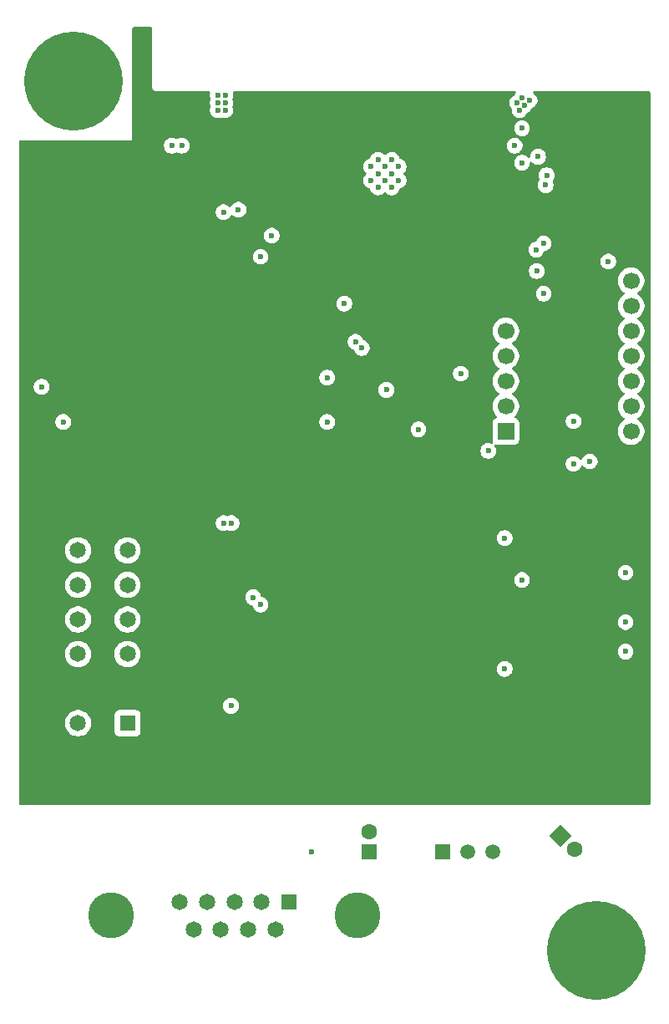
<source format=gbr>
%TF.GenerationSoftware,KiCad,Pcbnew,9.0.1*%
%TF.CreationDate,2025-06-18T18:36:31+02:00*%
%TF.ProjectId,open_g,6f70656e-5f67-42e6-9b69-6361645f7063,rev?*%
%TF.SameCoordinates,Original*%
%TF.FileFunction,Copper,L2,Inr*%
%TF.FilePolarity,Positive*%
%FSLAX46Y46*%
G04 Gerber Fmt 4.6, Leading zero omitted, Abs format (unit mm)*
G04 Created by KiCad (PCBNEW 9.0.1) date 2025-06-18 18:36:31*
%MOMM*%
%LPD*%
G01*
G04 APERTURE LIST*
G04 Aperture macros list*
%AMRotRect*
0 Rectangle, with rotation*
0 The origin of the aperture is its center*
0 $1 length*
0 $2 width*
0 $3 Rotation angle, in degrees counterclockwise*
0 Add horizontal line*
21,1,$1,$2,0,0,$3*%
G04 Aperture macros list end*
%TA.AperFunction,ComponentPad*%
%ADD10R,1.700000X1.700000*%
%TD*%
%TA.AperFunction,ComponentPad*%
%ADD11C,1.700000*%
%TD*%
%TA.AperFunction,ComponentPad*%
%ADD12C,0.900000*%
%TD*%
%TA.AperFunction,ComponentPad*%
%ADD13C,10.000000*%
%TD*%
%TA.AperFunction,ComponentPad*%
%ADD14R,1.500000X1.500000*%
%TD*%
%TA.AperFunction,ComponentPad*%
%ADD15C,1.500000*%
%TD*%
%TA.AperFunction,ComponentPad*%
%ADD16R,1.600000X1.600000*%
%TD*%
%TA.AperFunction,ComponentPad*%
%ADD17C,1.600000*%
%TD*%
%TA.AperFunction,ComponentPad*%
%ADD18R,1.650000X1.650000*%
%TD*%
%TA.AperFunction,ComponentPad*%
%ADD19C,1.650000*%
%TD*%
%TA.AperFunction,HeatsinkPad*%
%ADD20C,0.600000*%
%TD*%
%TA.AperFunction,ComponentPad*%
%ADD21RotRect,1.600000X1.600000X315.000000*%
%TD*%
%TA.AperFunction,ComponentPad*%
%ADD22C,4.650000*%
%TD*%
%TA.AperFunction,ViaPad*%
%ADD23C,0.600000*%
%TD*%
G04 APERTURE END LIST*
D10*
%TO.N,/ISM_SCX*%
%TO.C,J4*%
X149860000Y-91440000D03*
D11*
%TO.N,/ISM_SDX*%
X149860000Y-88900000D03*
%TO.N,/OCS_AUX*%
X149860000Y-86360000D03*
%TO.N,/SDO_AUX*%
X149860000Y-83820000D03*
%TO.N,GND*%
X149860000Y-81280000D03*
%TD*%
D12*
%TO.N,N/C*%
%TO.C,H2*%
X102250000Y-56000000D03*
X103348350Y-53348350D03*
X103348350Y-58651650D03*
X106000000Y-52250000D03*
D13*
X106000000Y-56000000D03*
D12*
X106000000Y-59750000D03*
X108651650Y-53348350D03*
X108651650Y-58651650D03*
X109750000Y-56000000D03*
%TD*%
D14*
%TO.N,+12V*%
%TO.C,PS1*%
X143460000Y-134000000D03*
D15*
%TO.N,GND*%
X146000000Y-134000000D03*
%TO.N,+3V3*%
X148540000Y-134000000D03*
%TD*%
D16*
%TO.N,+12V*%
%TO.C,C2*%
X136000000Y-134000000D03*
D17*
%TO.N,GND*%
X136000000Y-132000000D03*
%TD*%
D12*
%TO.N,N/C*%
%TO.C,H1*%
X155250000Y-144000000D03*
X156348350Y-141348350D03*
X156348350Y-146651650D03*
X159000000Y-140250000D03*
D13*
X159000000Y-144000000D03*
D12*
X159000000Y-147750000D03*
X161651650Y-141348350D03*
X161651650Y-146651650D03*
X162750000Y-144000000D03*
%TD*%
D10*
%TO.N,+3V3*%
%TO.C,J3*%
X162560000Y-96520000D03*
D11*
X162560000Y-93980000D03*
%TO.N,GND*%
X162560000Y-91440001D03*
%TO.N,Net-(J3-Pin_4)*%
X162560000Y-88900000D03*
%TO.N,Net-(J3-Pin_5)*%
X162560000Y-86360000D03*
%TO.N,/SDO_SA0*%
X162560000Y-83820000D03*
%TO.N,/CS_5V*%
X162560000Y-81280000D03*
%TO.N,/ISM_INT_1*%
X162560000Y-78739999D03*
%TO.N,/ISM_INT_2*%
X162560000Y-76200000D03*
%TD*%
D18*
%TO.N,GND*%
%TO.C,J5*%
X111500000Y-121000000D03*
D19*
X106500000Y-121000000D03*
%TO.N,+3V3*%
X111500000Y-117500000D03*
X106500000Y-117500000D03*
%TO.N,/UART_2_TX*%
X111500000Y-114000000D03*
X106500000Y-114000000D03*
%TO.N,/UART_2_RX*%
X111500000Y-110500000D03*
X106500000Y-110500000D03*
%TO.N,/I2C_3_SCL*%
X111500000Y-107000000D03*
X106500000Y-107000000D03*
%TO.N,/I2C_3_SDA*%
X111500000Y-103500000D03*
X106500000Y-103500000D03*
%TD*%
D20*
%TO.N,GND*%
%TO.C,U1*%
X136200000Y-64630000D03*
X136200000Y-66030000D03*
X136900000Y-63930000D03*
X136900000Y-65330000D03*
X136900000Y-66730000D03*
X137575000Y-64630000D03*
X137575000Y-66030000D03*
X138300000Y-63930000D03*
X138300000Y-65330000D03*
X138300000Y-66730000D03*
X139000000Y-64630000D03*
X139000000Y-66030000D03*
%TD*%
D21*
%TO.N,+3V3*%
%TO.C,C3*%
X155385786Y-132385786D03*
D17*
%TO.N,GND*%
X156800000Y-133800000D03*
%TD*%
D18*
%TO.N,GND*%
%TO.C,J1*%
X127895000Y-139080000D03*
D19*
%TO.N,+12V*%
X125125000Y-139080000D03*
%TO.N,unconnected-(J1-Pad3)*%
X122355000Y-139080000D03*
%TO.N,/UART_1_RX_IO*%
X119585000Y-139080000D03*
%TO.N,/UART_1_TX_IO*%
X116815000Y-139080000D03*
%TO.N,unconnected-(J1-Pad6)*%
X126510000Y-141920000D03*
%TO.N,unconnected-(J1-Pad7)*%
X123740000Y-141920000D03*
%TO.N,unconnected-(J1-Pad8)*%
X120970000Y-141920000D03*
%TO.N,unconnected-(J1-Pad9)*%
X118200000Y-141920000D03*
D22*
%TO.N,N/C*%
X134850000Y-140500000D03*
X109860000Y-140500000D03*
%TD*%
D23*
%TO.N,GND*%
X145288000Y-85598000D03*
X151765000Y-58420000D03*
X162000000Y-113750000D03*
X120650000Y-58166000D03*
X102800000Y-86940000D03*
X122000000Y-119250000D03*
X121412000Y-58928000D03*
X151257000Y-58928000D03*
X160250000Y-74250000D03*
X149750000Y-102250000D03*
X162000000Y-105750000D03*
X133500000Y-78500000D03*
X152273000Y-57912000D03*
X121412000Y-58166000D03*
X151500000Y-106500000D03*
X158369000Y-94488000D03*
X162000000Y-110750000D03*
X148082000Y-93421200D03*
X151003000Y-58166000D03*
X121412000Y-57404000D03*
X105000000Y-90500000D03*
X116000000Y-62500000D03*
X120650000Y-58928000D03*
X117000000Y-62500000D03*
X149750000Y-115500000D03*
X120650000Y-57404000D03*
X151511000Y-57658000D03*
%TO.N,+3V3*%
X154200000Y-127000000D03*
X153200000Y-128000000D03*
X153700000Y-127500000D03*
X155200000Y-128000000D03*
X151500000Y-108750000D03*
X151200000Y-128000000D03*
X154400000Y-94500000D03*
X114250000Y-59000000D03*
X152200000Y-81600000D03*
X152200000Y-128000000D03*
X152200000Y-127000000D03*
X120650000Y-61468000D03*
X121412000Y-61468000D03*
X127250000Y-82750000D03*
X152700000Y-127500000D03*
X154700000Y-127500000D03*
X102800000Y-84440000D03*
X155200000Y-127000000D03*
X159300000Y-78800000D03*
X120000000Y-112500000D03*
X127250000Y-93500000D03*
X120650000Y-60706000D03*
X154200000Y-128000000D03*
X151700000Y-127500000D03*
X156200000Y-128000000D03*
X121412000Y-60706000D03*
X133500000Y-119250000D03*
X155700000Y-127500000D03*
X105000000Y-92500000D03*
X153200000Y-127000000D03*
X122174000Y-60706000D03*
X120000000Y-117750000D03*
X122174000Y-61468000D03*
%TO.N,+12V*%
X130200000Y-134000000D03*
%TO.N,/UART_1_TX*%
X134625000Y-82375000D03*
X150750000Y-62500000D03*
%TO.N,/UART_1_RX*%
X151500000Y-64250000D03*
X135250000Y-83000000D03*
%TO.N,/SPI_MISO*%
X137750000Y-87250000D03*
X141000000Y-91250000D03*
%TO.N,/I2C_1_SCL*%
X153700000Y-77500000D03*
X153700000Y-72400000D03*
%TO.N,/I2C_1_SDA*%
X152950003Y-73038138D03*
X153000000Y-75200000D03*
%TO.N,/I2C_2_SDA*%
X131750000Y-90500000D03*
X153125000Y-63625000D03*
%TO.N,/I2C_2_SCL*%
X131750000Y-86000000D03*
X151500000Y-60750000D03*
%TO.N,/UART_2_TX*%
X125000000Y-73750000D03*
X125000000Y-109000000D03*
%TO.N,/UART_2_RX*%
X126125000Y-71625000D03*
X124250000Y-108250000D03*
%TO.N,Net-(U1-IO33)*%
X122750000Y-69000000D03*
X122050003Y-100750000D03*
%TO.N,Net-(U1-IO32)*%
X121250000Y-69250000D03*
X121250000Y-100750000D03*
%TO.N,/CS_5V*%
X156718000Y-90424000D03*
%TO.N,/SDO_SA0*%
X156718000Y-94742000D03*
%TO.N,/ISM_INT_2*%
X154000000Y-65500000D03*
%TO.N,/ISM_INT_1*%
X153900000Y-66500000D03*
%TD*%
%TA.AperFunction,Conductor*%
%TO.N,+3V3*%
G36*
X113942539Y-50520185D02*
G01*
X113988294Y-50572989D01*
X113999500Y-50624500D01*
X113999500Y-56565891D01*
X114033608Y-56693187D01*
X114066554Y-56750250D01*
X114099500Y-56807314D01*
X114192686Y-56900500D01*
X114306814Y-56966392D01*
X114434108Y-57000500D01*
X119765102Y-57000500D01*
X119832141Y-57020185D01*
X119877896Y-57072989D01*
X119887840Y-57142147D01*
X119881686Y-57164571D01*
X119882031Y-57164676D01*
X119880261Y-57170510D01*
X119849500Y-57325153D01*
X119849500Y-57482846D01*
X119880261Y-57637489D01*
X119880263Y-57637497D01*
X119921705Y-57737547D01*
X119929174Y-57807017D01*
X119921705Y-57832453D01*
X119880263Y-57932502D01*
X119880261Y-57932510D01*
X119849500Y-58087153D01*
X119849500Y-58244846D01*
X119880261Y-58399489D01*
X119880263Y-58399497D01*
X119921705Y-58499547D01*
X119929174Y-58569017D01*
X119921705Y-58594453D01*
X119880263Y-58694502D01*
X119880261Y-58694510D01*
X119849500Y-58849153D01*
X119849500Y-59006846D01*
X119880261Y-59161489D01*
X119880264Y-59161501D01*
X119940602Y-59307172D01*
X119940609Y-59307185D01*
X120028210Y-59438288D01*
X120028213Y-59438292D01*
X120139707Y-59549786D01*
X120139711Y-59549789D01*
X120270814Y-59637390D01*
X120270827Y-59637397D01*
X120416498Y-59697735D01*
X120416503Y-59697737D01*
X120571153Y-59728499D01*
X120571156Y-59728500D01*
X120571158Y-59728500D01*
X120728844Y-59728500D01*
X120728845Y-59728499D01*
X120883497Y-59697737D01*
X120983547Y-59656294D01*
X121053017Y-59648826D01*
X121078450Y-59656294D01*
X121178503Y-59697737D01*
X121333153Y-59728499D01*
X121333156Y-59728500D01*
X121333158Y-59728500D01*
X121490844Y-59728500D01*
X121490845Y-59728499D01*
X121645497Y-59697737D01*
X121791179Y-59637394D01*
X121922289Y-59549789D01*
X122033789Y-59438289D01*
X122121394Y-59307179D01*
X122181737Y-59161497D01*
X122212500Y-59006842D01*
X122212500Y-58849158D01*
X122212500Y-58849155D01*
X122212499Y-58849153D01*
X122202557Y-58799171D01*
X122181737Y-58694503D01*
X122140294Y-58594452D01*
X122132826Y-58524983D01*
X122140295Y-58499547D01*
X122181737Y-58399497D01*
X122212500Y-58244842D01*
X122212500Y-58087158D01*
X122212500Y-58087155D01*
X122212499Y-58087153D01*
X122181738Y-57932510D01*
X122181737Y-57932503D01*
X122140294Y-57832452D01*
X122132826Y-57762983D01*
X122140295Y-57737547D01*
X122181737Y-57637497D01*
X122212500Y-57482842D01*
X122212500Y-57325158D01*
X122212500Y-57325155D01*
X122212499Y-57325153D01*
X122205549Y-57290213D01*
X122181737Y-57170503D01*
X122181732Y-57170492D01*
X122179969Y-57164676D01*
X122181506Y-57164209D01*
X122174866Y-57102494D01*
X122206136Y-57040012D01*
X122266222Y-57004354D01*
X122296898Y-57000500D01*
X150755586Y-57000500D01*
X150759935Y-57001777D01*
X150764365Y-57000811D01*
X150793155Y-57011531D01*
X150822625Y-57020185D01*
X150825593Y-57023610D01*
X150829843Y-57025193D01*
X150848267Y-57049778D01*
X150868380Y-57072989D01*
X150869025Y-57077476D01*
X150871744Y-57081104D01*
X150873951Y-57111737D01*
X150878324Y-57142147D01*
X150876531Y-57147537D01*
X150876766Y-57150793D01*
X150870679Y-57165134D01*
X150864450Y-57183868D01*
X150861779Y-57188765D01*
X150801606Y-57278821D01*
X150766662Y-57363182D01*
X150763492Y-57368996D01*
X150743289Y-57389220D01*
X150725348Y-57411485D01*
X150715891Y-57416648D01*
X150714114Y-57418428D01*
X150711646Y-57418966D01*
X150702081Y-57424189D01*
X150623824Y-57456604D01*
X150623814Y-57456609D01*
X150492711Y-57544210D01*
X150492707Y-57544213D01*
X150381213Y-57655707D01*
X150381210Y-57655711D01*
X150293609Y-57786814D01*
X150293602Y-57786827D01*
X150233264Y-57932498D01*
X150233261Y-57932510D01*
X150202500Y-58087153D01*
X150202500Y-58244846D01*
X150233261Y-58399489D01*
X150233264Y-58399501D01*
X150293602Y-58545172D01*
X150293609Y-58545185D01*
X150381210Y-58676288D01*
X150381213Y-58676292D01*
X150425821Y-58720899D01*
X150459307Y-58782222D01*
X150459759Y-58832768D01*
X150456500Y-58849154D01*
X150456500Y-59006846D01*
X150487261Y-59161489D01*
X150487264Y-59161501D01*
X150547602Y-59307172D01*
X150547609Y-59307185D01*
X150635210Y-59438288D01*
X150635213Y-59438292D01*
X150746707Y-59549786D01*
X150746711Y-59549789D01*
X150877814Y-59637390D01*
X150877827Y-59637397D01*
X151023498Y-59697735D01*
X151023503Y-59697737D01*
X151178153Y-59728499D01*
X151178156Y-59728500D01*
X151178158Y-59728500D01*
X151265292Y-59728500D01*
X151335842Y-59728500D01*
X151463784Y-59703050D01*
X151463788Y-59703050D01*
X151477802Y-59700262D01*
X151490497Y-59697737D01*
X151636179Y-59637394D01*
X151767289Y-59549789D01*
X151878789Y-59438289D01*
X151966394Y-59307179D01*
X151978230Y-59278602D01*
X151998810Y-59228919D01*
X152042650Y-59174515D01*
X152065919Y-59161810D01*
X152115602Y-59141230D01*
X152144179Y-59129394D01*
X152275289Y-59041789D01*
X152386789Y-58930289D01*
X152474394Y-58799179D01*
X152487405Y-58767767D01*
X152506810Y-58720919D01*
X152550650Y-58666515D01*
X152573919Y-58653810D01*
X152623602Y-58633230D01*
X152652179Y-58621394D01*
X152783289Y-58533789D01*
X152894789Y-58422289D01*
X152982394Y-58291179D01*
X153042737Y-58145497D01*
X153073500Y-57990842D01*
X153073500Y-57833158D01*
X153073500Y-57833155D01*
X153073499Y-57833153D01*
X153064283Y-57786821D01*
X153042737Y-57678503D01*
X152987112Y-57544211D01*
X152982397Y-57532827D01*
X152982390Y-57532814D01*
X152894789Y-57401711D01*
X152894786Y-57401707D01*
X152783292Y-57290213D01*
X152783288Y-57290210D01*
X152689589Y-57227602D01*
X152644784Y-57173990D01*
X152636077Y-57104665D01*
X152666232Y-57041637D01*
X152725675Y-57004918D01*
X152758480Y-57000500D01*
X164375500Y-57000500D01*
X164442539Y-57020185D01*
X164488294Y-57072989D01*
X164499500Y-57124500D01*
X164499500Y-129176000D01*
X164479815Y-129243039D01*
X164427011Y-129288794D01*
X164375500Y-129300000D01*
X153000000Y-129300000D01*
X100624500Y-129300000D01*
X100557461Y-129280315D01*
X100511706Y-129227511D01*
X100500500Y-129176000D01*
X100500500Y-120895675D01*
X105174500Y-120895675D01*
X105174500Y-121104324D01*
X105207137Y-121310389D01*
X105271612Y-121508820D01*
X105366330Y-121694714D01*
X105488965Y-121863505D01*
X105636495Y-122011035D01*
X105805286Y-122133670D01*
X105893116Y-122178421D01*
X105991179Y-122228387D01*
X105991181Y-122228387D01*
X105991184Y-122228389D01*
X106097545Y-122262948D01*
X106189610Y-122292862D01*
X106395676Y-122325500D01*
X106395681Y-122325500D01*
X106604324Y-122325500D01*
X106810389Y-122292862D01*
X107008816Y-122228389D01*
X107194714Y-122133670D01*
X107363505Y-122011035D01*
X107511035Y-121863505D01*
X107633670Y-121694714D01*
X107728389Y-121508816D01*
X107792862Y-121310389D01*
X107825500Y-121104324D01*
X107825500Y-120895675D01*
X107792862Y-120689610D01*
X107728387Y-120491179D01*
X107633669Y-120305285D01*
X107554771Y-120196692D01*
X107554770Y-120196689D01*
X107511039Y-120136501D01*
X107511035Y-120136495D01*
X107501675Y-120127135D01*
X110174500Y-120127135D01*
X110174500Y-121872870D01*
X110174501Y-121872876D01*
X110180908Y-121932483D01*
X110231202Y-122067328D01*
X110231206Y-122067335D01*
X110317452Y-122182544D01*
X110317455Y-122182547D01*
X110432664Y-122268793D01*
X110432671Y-122268797D01*
X110567517Y-122319091D01*
X110567516Y-122319091D01*
X110574444Y-122319835D01*
X110627127Y-122325500D01*
X112372872Y-122325499D01*
X112432483Y-122319091D01*
X112567331Y-122268796D01*
X112682546Y-122182546D01*
X112768796Y-122067331D01*
X112819091Y-121932483D01*
X112825500Y-121872873D01*
X112825499Y-120127128D01*
X112819091Y-120067517D01*
X112801270Y-120019737D01*
X112768797Y-119932671D01*
X112768793Y-119932664D01*
X112682547Y-119817455D01*
X112682544Y-119817452D01*
X112567335Y-119731206D01*
X112567328Y-119731202D01*
X112432482Y-119680908D01*
X112432483Y-119680908D01*
X112372883Y-119674501D01*
X112372881Y-119674500D01*
X112372873Y-119674500D01*
X112372864Y-119674500D01*
X110627129Y-119674500D01*
X110627123Y-119674501D01*
X110567516Y-119680908D01*
X110432671Y-119731202D01*
X110432664Y-119731206D01*
X110317455Y-119817452D01*
X110317452Y-119817455D01*
X110231206Y-119932664D01*
X110231202Y-119932671D01*
X110180908Y-120067517D01*
X110174501Y-120127116D01*
X110174501Y-120127123D01*
X110174500Y-120127135D01*
X107501675Y-120127135D01*
X107363505Y-119988965D01*
X107194714Y-119866330D01*
X107008820Y-119771612D01*
X106810389Y-119707137D01*
X106604324Y-119674500D01*
X106604319Y-119674500D01*
X106395681Y-119674500D01*
X106395676Y-119674500D01*
X106189610Y-119707137D01*
X105991179Y-119771612D01*
X105805285Y-119866330D01*
X105636493Y-119988966D01*
X105488966Y-120136493D01*
X105366330Y-120305285D01*
X105271612Y-120491179D01*
X105207137Y-120689610D01*
X105174500Y-120895675D01*
X100500500Y-120895675D01*
X100500500Y-119171153D01*
X121199500Y-119171153D01*
X121199500Y-119328846D01*
X121230261Y-119483489D01*
X121230264Y-119483501D01*
X121290602Y-119629172D01*
X121290609Y-119629185D01*
X121378210Y-119760288D01*
X121378213Y-119760292D01*
X121489707Y-119871786D01*
X121489711Y-119871789D01*
X121620814Y-119959390D01*
X121620827Y-119959397D01*
X121766498Y-120019735D01*
X121766503Y-120019737D01*
X121921153Y-120050499D01*
X121921156Y-120050500D01*
X121921158Y-120050500D01*
X122078844Y-120050500D01*
X122078845Y-120050499D01*
X122233497Y-120019737D01*
X122379179Y-119959394D01*
X122510289Y-119871789D01*
X122621789Y-119760289D01*
X122709394Y-119629179D01*
X122769737Y-119483497D01*
X122800500Y-119328842D01*
X122800500Y-119171158D01*
X122800500Y-119171155D01*
X122800499Y-119171153D01*
X122769738Y-119016510D01*
X122769737Y-119016503D01*
X122769735Y-119016498D01*
X122709397Y-118870827D01*
X122709390Y-118870814D01*
X122621789Y-118739711D01*
X122621786Y-118739707D01*
X122510292Y-118628213D01*
X122510288Y-118628210D01*
X122379185Y-118540609D01*
X122379172Y-118540602D01*
X122233501Y-118480264D01*
X122233489Y-118480261D01*
X122078845Y-118449500D01*
X122078842Y-118449500D01*
X121921158Y-118449500D01*
X121921155Y-118449500D01*
X121766510Y-118480261D01*
X121766498Y-118480264D01*
X121620827Y-118540602D01*
X121620814Y-118540609D01*
X121489711Y-118628210D01*
X121489707Y-118628213D01*
X121378213Y-118739707D01*
X121378210Y-118739711D01*
X121290609Y-118870814D01*
X121290602Y-118870827D01*
X121230264Y-119016498D01*
X121230261Y-119016510D01*
X121199500Y-119171153D01*
X100500500Y-119171153D01*
X100500500Y-115421153D01*
X148949500Y-115421153D01*
X148949500Y-115578846D01*
X148980261Y-115733489D01*
X148980264Y-115733501D01*
X149040602Y-115879172D01*
X149040609Y-115879185D01*
X149128210Y-116010288D01*
X149128213Y-116010292D01*
X149239707Y-116121786D01*
X149239711Y-116121789D01*
X149370814Y-116209390D01*
X149370827Y-116209397D01*
X149516498Y-116269735D01*
X149516503Y-116269737D01*
X149671153Y-116300499D01*
X149671156Y-116300500D01*
X149671158Y-116300500D01*
X149828844Y-116300500D01*
X149828845Y-116300499D01*
X149983497Y-116269737D01*
X150129179Y-116209394D01*
X150260289Y-116121789D01*
X150371789Y-116010289D01*
X150459394Y-115879179D01*
X150519737Y-115733497D01*
X150550500Y-115578842D01*
X150550500Y-115421158D01*
X150550500Y-115421155D01*
X150550499Y-115421153D01*
X150519738Y-115266510D01*
X150519737Y-115266503D01*
X150503949Y-115228387D01*
X150459397Y-115120827D01*
X150459390Y-115120814D01*
X150371789Y-114989711D01*
X150371786Y-114989707D01*
X150260292Y-114878213D01*
X150260288Y-114878210D01*
X150129185Y-114790609D01*
X150129172Y-114790602D01*
X149983501Y-114730264D01*
X149983489Y-114730261D01*
X149828845Y-114699500D01*
X149828842Y-114699500D01*
X149671158Y-114699500D01*
X149671155Y-114699500D01*
X149516510Y-114730261D01*
X149516498Y-114730264D01*
X149370827Y-114790602D01*
X149370814Y-114790609D01*
X149239711Y-114878210D01*
X149239707Y-114878213D01*
X149128213Y-114989707D01*
X149128210Y-114989711D01*
X149040609Y-115120814D01*
X149040602Y-115120827D01*
X148980264Y-115266498D01*
X148980261Y-115266510D01*
X148949500Y-115421153D01*
X100500500Y-115421153D01*
X100500500Y-113895675D01*
X105174500Y-113895675D01*
X105174500Y-114104324D01*
X105207137Y-114310389D01*
X105271612Y-114508820D01*
X105366330Y-114694714D01*
X105488965Y-114863505D01*
X105636495Y-115011035D01*
X105805286Y-115133670D01*
X105893116Y-115178421D01*
X105991179Y-115228387D01*
X105991181Y-115228387D01*
X105991184Y-115228389D01*
X106097545Y-115262948D01*
X106189610Y-115292862D01*
X106395676Y-115325500D01*
X106395681Y-115325500D01*
X106604324Y-115325500D01*
X106810389Y-115292862D01*
X106810392Y-115292861D01*
X107008816Y-115228389D01*
X107194714Y-115133670D01*
X107363505Y-115011035D01*
X107511035Y-114863505D01*
X107633670Y-114694714D01*
X107728389Y-114508816D01*
X107792862Y-114310389D01*
X107821564Y-114129172D01*
X107825500Y-114104324D01*
X107825500Y-113895675D01*
X110174500Y-113895675D01*
X110174500Y-114104324D01*
X110207137Y-114310389D01*
X110271612Y-114508820D01*
X110366330Y-114694714D01*
X110488965Y-114863505D01*
X110636495Y-115011035D01*
X110805286Y-115133670D01*
X110893116Y-115178421D01*
X110991179Y-115228387D01*
X110991181Y-115228387D01*
X110991184Y-115228389D01*
X111097545Y-115262948D01*
X111189610Y-115292862D01*
X111395676Y-115325500D01*
X111395681Y-115325500D01*
X111604324Y-115325500D01*
X111704222Y-115309677D01*
X111810389Y-115292862D01*
X112008816Y-115228389D01*
X112194714Y-115133670D01*
X112363505Y-115011035D01*
X112511035Y-114863505D01*
X112633670Y-114694714D01*
X112728389Y-114508816D01*
X112792862Y-114310389D01*
X112821564Y-114129172D01*
X112825500Y-114104324D01*
X112825500Y-113895675D01*
X112792862Y-113689610D01*
X112786865Y-113671153D01*
X161199500Y-113671153D01*
X161199500Y-113828846D01*
X161230261Y-113983489D01*
X161230264Y-113983501D01*
X161290602Y-114129172D01*
X161290609Y-114129185D01*
X161378210Y-114260288D01*
X161378213Y-114260292D01*
X161489707Y-114371786D01*
X161489711Y-114371789D01*
X161620814Y-114459390D01*
X161620827Y-114459397D01*
X161766498Y-114519735D01*
X161766503Y-114519737D01*
X161921153Y-114550499D01*
X161921156Y-114550500D01*
X161921158Y-114550500D01*
X162078844Y-114550500D01*
X162078845Y-114550499D01*
X162233497Y-114519737D01*
X162379179Y-114459394D01*
X162510289Y-114371789D01*
X162621789Y-114260289D01*
X162709394Y-114129179D01*
X162769737Y-113983497D01*
X162800500Y-113828842D01*
X162800500Y-113671158D01*
X162800500Y-113671155D01*
X162800499Y-113671153D01*
X162769738Y-113516510D01*
X162769737Y-113516503D01*
X162759248Y-113491179D01*
X162709397Y-113370827D01*
X162709390Y-113370814D01*
X162621789Y-113239711D01*
X162621786Y-113239707D01*
X162510292Y-113128213D01*
X162510288Y-113128210D01*
X162379185Y-113040609D01*
X162379172Y-113040602D01*
X162233501Y-112980264D01*
X162233489Y-112980261D01*
X162078845Y-112949500D01*
X162078842Y-112949500D01*
X161921158Y-112949500D01*
X161921155Y-112949500D01*
X161766510Y-112980261D01*
X161766498Y-112980264D01*
X161620827Y-113040602D01*
X161620814Y-113040609D01*
X161489711Y-113128210D01*
X161489707Y-113128213D01*
X161378213Y-113239707D01*
X161378210Y-113239711D01*
X161290609Y-113370814D01*
X161290602Y-113370827D01*
X161230264Y-113516498D01*
X161230261Y-113516510D01*
X161199500Y-113671153D01*
X112786865Y-113671153D01*
X112736618Y-113516510D01*
X112728389Y-113491184D01*
X112728387Y-113491181D01*
X112728387Y-113491179D01*
X112678421Y-113393116D01*
X112633670Y-113305286D01*
X112511035Y-113136495D01*
X112363505Y-112988965D01*
X112194714Y-112866330D01*
X112008820Y-112771612D01*
X111810389Y-112707137D01*
X111604324Y-112674500D01*
X111604319Y-112674500D01*
X111395681Y-112674500D01*
X111395676Y-112674500D01*
X111189610Y-112707137D01*
X110991179Y-112771612D01*
X110805285Y-112866330D01*
X110636493Y-112988966D01*
X110488966Y-113136493D01*
X110366330Y-113305285D01*
X110271612Y-113491179D01*
X110207137Y-113689610D01*
X110174500Y-113895675D01*
X107825500Y-113895675D01*
X107792862Y-113689610D01*
X107736618Y-113516510D01*
X107728389Y-113491184D01*
X107728387Y-113491181D01*
X107728387Y-113491179D01*
X107678421Y-113393116D01*
X107633670Y-113305286D01*
X107511035Y-113136495D01*
X107363505Y-112988965D01*
X107194714Y-112866330D01*
X107008820Y-112771612D01*
X106810389Y-112707137D01*
X106604324Y-112674500D01*
X106604319Y-112674500D01*
X106395681Y-112674500D01*
X106395676Y-112674500D01*
X106189610Y-112707137D01*
X105991179Y-112771612D01*
X105805285Y-112866330D01*
X105636493Y-112988966D01*
X105488966Y-113136493D01*
X105366330Y-113305285D01*
X105271612Y-113491179D01*
X105207137Y-113689610D01*
X105174500Y-113895675D01*
X100500500Y-113895675D01*
X100500500Y-110395675D01*
X105174500Y-110395675D01*
X105174500Y-110604324D01*
X105207137Y-110810389D01*
X105271612Y-111008820D01*
X105366330Y-111194714D01*
X105488965Y-111363505D01*
X105636495Y-111511035D01*
X105805286Y-111633670D01*
X105893116Y-111678421D01*
X105991179Y-111728387D01*
X105991181Y-111728387D01*
X105991184Y-111728389D01*
X106097545Y-111762948D01*
X106189610Y-111792862D01*
X106395676Y-111825500D01*
X106395681Y-111825500D01*
X106604324Y-111825500D01*
X106810389Y-111792862D01*
X107008816Y-111728389D01*
X107194714Y-111633670D01*
X107363505Y-111511035D01*
X107511035Y-111363505D01*
X107633670Y-111194714D01*
X107728389Y-111008816D01*
X107792862Y-110810389D01*
X107814914Y-110671158D01*
X107825500Y-110604324D01*
X107825500Y-110395675D01*
X110174500Y-110395675D01*
X110174500Y-110604324D01*
X110207137Y-110810389D01*
X110271612Y-111008820D01*
X110366330Y-111194714D01*
X110488965Y-111363505D01*
X110636495Y-111511035D01*
X110805286Y-111633670D01*
X110893116Y-111678421D01*
X110991179Y-111728387D01*
X110991181Y-111728387D01*
X110991184Y-111728389D01*
X111097545Y-111762948D01*
X111189610Y-111792862D01*
X111395676Y-111825500D01*
X111395681Y-111825500D01*
X111604324Y-111825500D01*
X111810389Y-111792862D01*
X112008816Y-111728389D01*
X112194714Y-111633670D01*
X112363505Y-111511035D01*
X112511035Y-111363505D01*
X112633670Y-111194714D01*
X112728389Y-111008816D01*
X112792862Y-110810389D01*
X112814915Y-110671153D01*
X161199500Y-110671153D01*
X161199500Y-110828846D01*
X161230261Y-110983489D01*
X161230264Y-110983501D01*
X161290602Y-111129172D01*
X161290609Y-111129185D01*
X161378210Y-111260288D01*
X161378213Y-111260292D01*
X161489707Y-111371786D01*
X161489711Y-111371789D01*
X161620814Y-111459390D01*
X161620827Y-111459397D01*
X161745494Y-111511035D01*
X161766503Y-111519737D01*
X161921153Y-111550499D01*
X161921156Y-111550500D01*
X161921158Y-111550500D01*
X162078844Y-111550500D01*
X162078845Y-111550499D01*
X162233497Y-111519737D01*
X162379179Y-111459394D01*
X162510289Y-111371789D01*
X162621789Y-111260289D01*
X162709394Y-111129179D01*
X162769737Y-110983497D01*
X162800500Y-110828842D01*
X162800500Y-110671158D01*
X162800500Y-110671155D01*
X162800499Y-110671153D01*
X162769738Y-110516510D01*
X162769737Y-110516503D01*
X162769735Y-110516498D01*
X162709397Y-110370827D01*
X162709390Y-110370814D01*
X162621789Y-110239711D01*
X162621786Y-110239707D01*
X162510292Y-110128213D01*
X162510288Y-110128210D01*
X162379185Y-110040609D01*
X162379172Y-110040602D01*
X162233501Y-109980264D01*
X162233489Y-109980261D01*
X162078845Y-109949500D01*
X162078842Y-109949500D01*
X161921158Y-109949500D01*
X161921155Y-109949500D01*
X161766510Y-109980261D01*
X161766498Y-109980264D01*
X161620827Y-110040602D01*
X161620814Y-110040609D01*
X161489711Y-110128210D01*
X161489707Y-110128213D01*
X161378213Y-110239707D01*
X161378210Y-110239711D01*
X161290609Y-110370814D01*
X161290602Y-110370827D01*
X161230264Y-110516498D01*
X161230261Y-110516510D01*
X161199500Y-110671153D01*
X112814915Y-110671153D01*
X112818952Y-110645668D01*
X112818952Y-110645667D01*
X112825500Y-110604325D01*
X112825500Y-110395675D01*
X112792862Y-110189610D01*
X112728387Y-109991179D01*
X112633669Y-109805285D01*
X112511035Y-109636495D01*
X112363505Y-109488965D01*
X112194714Y-109366330D01*
X112008820Y-109271612D01*
X111810389Y-109207137D01*
X111604324Y-109174500D01*
X111604319Y-109174500D01*
X111395681Y-109174500D01*
X111395676Y-109174500D01*
X111189610Y-109207137D01*
X110991179Y-109271612D01*
X110805285Y-109366330D01*
X110636493Y-109488966D01*
X110488966Y-109636493D01*
X110366330Y-109805285D01*
X110271612Y-109991179D01*
X110207137Y-110189610D01*
X110174500Y-110395675D01*
X107825500Y-110395675D01*
X107792862Y-110189610D01*
X107728387Y-109991179D01*
X107633669Y-109805285D01*
X107511035Y-109636495D01*
X107363505Y-109488965D01*
X107194714Y-109366330D01*
X107008820Y-109271612D01*
X106810389Y-109207137D01*
X106604324Y-109174500D01*
X106604319Y-109174500D01*
X106395681Y-109174500D01*
X106395676Y-109174500D01*
X106189610Y-109207137D01*
X105991179Y-109271612D01*
X105805285Y-109366330D01*
X105636493Y-109488966D01*
X105488966Y-109636493D01*
X105366330Y-109805285D01*
X105271612Y-109991179D01*
X105207137Y-110189610D01*
X105174500Y-110395675D01*
X100500500Y-110395675D01*
X100500500Y-106895675D01*
X105174500Y-106895675D01*
X105174500Y-107104324D01*
X105207137Y-107310389D01*
X105271612Y-107508820D01*
X105332445Y-107628211D01*
X105366330Y-107694714D01*
X105488965Y-107863505D01*
X105636495Y-108011035D01*
X105805286Y-108133670D01*
X105878851Y-108171153D01*
X105991179Y-108228387D01*
X105991181Y-108228387D01*
X105991184Y-108228389D01*
X106097545Y-108262948D01*
X106189610Y-108292862D01*
X106395676Y-108325500D01*
X106395681Y-108325500D01*
X106604324Y-108325500D01*
X106810389Y-108292862D01*
X106817332Y-108290606D01*
X107008816Y-108228389D01*
X107194714Y-108133670D01*
X107363505Y-108011035D01*
X107511035Y-107863505D01*
X107633670Y-107694714D01*
X107728389Y-107508816D01*
X107792862Y-107310389D01*
X107794428Y-107300499D01*
X107825500Y-107104324D01*
X107825500Y-106895675D01*
X110174500Y-106895675D01*
X110174500Y-107104324D01*
X110207137Y-107310389D01*
X110271612Y-107508820D01*
X110332445Y-107628211D01*
X110366330Y-107694714D01*
X110488965Y-107863505D01*
X110636495Y-108011035D01*
X110805286Y-108133670D01*
X110878851Y-108171153D01*
X110991179Y-108228387D01*
X110991181Y-108228387D01*
X110991184Y-108228389D01*
X111097545Y-108262948D01*
X111189610Y-108292862D01*
X111395676Y-108325500D01*
X111395681Y-108325500D01*
X111604324Y-108325500D01*
X111810389Y-108292862D01*
X111817332Y-108290606D01*
X112008816Y-108228389D01*
X112121149Y-108171153D01*
X123449500Y-108171153D01*
X123449500Y-108328846D01*
X123480261Y-108483489D01*
X123480264Y-108483501D01*
X123540602Y-108629172D01*
X123540609Y-108629185D01*
X123628210Y-108760288D01*
X123628213Y-108760292D01*
X123739707Y-108871786D01*
X123739711Y-108871789D01*
X123870814Y-108959390D01*
X123870827Y-108959397D01*
X124016498Y-109019735D01*
X124016503Y-109019737D01*
X124112367Y-109038805D01*
X124113535Y-109039038D01*
X124175446Y-109071422D01*
X124210020Y-109132138D01*
X124210961Y-109136463D01*
X124230261Y-109233491D01*
X124230264Y-109233501D01*
X124290602Y-109379172D01*
X124290609Y-109379185D01*
X124378210Y-109510288D01*
X124378213Y-109510292D01*
X124489707Y-109621786D01*
X124489711Y-109621789D01*
X124620814Y-109709390D01*
X124620827Y-109709397D01*
X124766498Y-109769735D01*
X124766503Y-109769737D01*
X124921153Y-109800499D01*
X124921156Y-109800500D01*
X124921158Y-109800500D01*
X125078844Y-109800500D01*
X125078845Y-109800499D01*
X125233497Y-109769737D01*
X125379179Y-109709394D01*
X125510289Y-109621789D01*
X125621789Y-109510289D01*
X125709394Y-109379179D01*
X125769737Y-109233497D01*
X125800500Y-109078842D01*
X125800500Y-108921158D01*
X125800500Y-108921155D01*
X125800499Y-108921153D01*
X125769738Y-108766510D01*
X125769737Y-108766503D01*
X125767163Y-108760288D01*
X125709397Y-108620827D01*
X125709390Y-108620814D01*
X125621789Y-108489711D01*
X125621786Y-108489707D01*
X125510292Y-108378213D01*
X125510288Y-108378210D01*
X125379185Y-108290609D01*
X125379172Y-108290602D01*
X125233501Y-108230264D01*
X125233491Y-108230261D01*
X125136463Y-108210961D01*
X125074552Y-108178576D01*
X125039978Y-108117860D01*
X125039038Y-108113535D01*
X125038805Y-108112367D01*
X125019737Y-108016503D01*
X125017471Y-108011032D01*
X124959397Y-107870827D01*
X124959390Y-107870814D01*
X124871789Y-107739711D01*
X124871786Y-107739707D01*
X124760292Y-107628213D01*
X124760288Y-107628210D01*
X124629185Y-107540609D01*
X124629172Y-107540602D01*
X124483501Y-107480264D01*
X124483489Y-107480261D01*
X124328845Y-107449500D01*
X124328842Y-107449500D01*
X124171158Y-107449500D01*
X124171155Y-107449500D01*
X124016510Y-107480261D01*
X124016498Y-107480264D01*
X123870827Y-107540602D01*
X123870814Y-107540609D01*
X123739711Y-107628210D01*
X123739707Y-107628213D01*
X123628213Y-107739707D01*
X123628210Y-107739711D01*
X123540609Y-107870814D01*
X123540602Y-107870827D01*
X123480264Y-108016498D01*
X123480261Y-108016510D01*
X123449500Y-108171153D01*
X112121149Y-108171153D01*
X112194714Y-108133670D01*
X112289576Y-108064747D01*
X112289578Y-108064747D01*
X112308830Y-108050758D01*
X112363505Y-108011035D01*
X112511035Y-107863505D01*
X112633670Y-107694714D01*
X112728389Y-107508816D01*
X112792862Y-107310389D01*
X112794428Y-107300499D01*
X112825500Y-107104324D01*
X112825500Y-106895675D01*
X112792862Y-106689610D01*
X112756872Y-106578846D01*
X112728389Y-106491184D01*
X112728387Y-106491181D01*
X112728386Y-106491176D01*
X112718290Y-106471362D01*
X112718289Y-106471361D01*
X112692707Y-106421153D01*
X150699500Y-106421153D01*
X150699500Y-106578846D01*
X150730261Y-106733489D01*
X150730264Y-106733501D01*
X150790602Y-106879172D01*
X150790609Y-106879185D01*
X150878210Y-107010288D01*
X150878213Y-107010292D01*
X150989707Y-107121786D01*
X150989711Y-107121789D01*
X151120814Y-107209390D01*
X151120827Y-107209397D01*
X151266498Y-107269735D01*
X151266503Y-107269737D01*
X151421153Y-107300499D01*
X151421156Y-107300500D01*
X151421158Y-107300500D01*
X151578844Y-107300500D01*
X151578845Y-107300499D01*
X151733497Y-107269737D01*
X151879179Y-107209394D01*
X152010289Y-107121789D01*
X152121789Y-107010289D01*
X152209394Y-106879179D01*
X152269737Y-106733497D01*
X152300500Y-106578842D01*
X152300500Y-106421158D01*
X152300500Y-106421155D01*
X152300499Y-106421153D01*
X152269738Y-106266510D01*
X152269737Y-106266503D01*
X152267163Y-106260288D01*
X152209397Y-106120827D01*
X152209390Y-106120814D01*
X152121789Y-105989711D01*
X152121786Y-105989707D01*
X152010292Y-105878213D01*
X152010288Y-105878210D01*
X151879185Y-105790609D01*
X151879173Y-105790602D01*
X151852674Y-105779627D01*
X151733501Y-105730264D01*
X151733489Y-105730261D01*
X151578845Y-105699500D01*
X151578842Y-105699500D01*
X151421158Y-105699500D01*
X151421155Y-105699500D01*
X151266510Y-105730261D01*
X151266498Y-105730264D01*
X151120827Y-105790602D01*
X151120814Y-105790609D01*
X150989711Y-105878210D01*
X150989707Y-105878213D01*
X150878213Y-105989707D01*
X150878210Y-105989711D01*
X150790609Y-106120814D01*
X150790602Y-106120827D01*
X150730264Y-106266498D01*
X150730261Y-106266510D01*
X150699500Y-106421153D01*
X112692707Y-106421153D01*
X112633669Y-106305285D01*
X112605492Y-106266503D01*
X112511035Y-106136495D01*
X112363505Y-105988965D01*
X112194714Y-105866330D01*
X112008820Y-105771612D01*
X111810389Y-105707137D01*
X111604324Y-105674500D01*
X111604319Y-105674500D01*
X111395681Y-105674500D01*
X111395676Y-105674500D01*
X111189610Y-105707137D01*
X110991179Y-105771612D01*
X110805285Y-105866330D01*
X110636493Y-105988966D01*
X110488966Y-106136493D01*
X110366330Y-106305285D01*
X110271612Y-106491179D01*
X110207137Y-106689610D01*
X110174500Y-106895675D01*
X107825500Y-106895675D01*
X107792862Y-106689610D01*
X107756872Y-106578846D01*
X107728389Y-106491184D01*
X107728387Y-106491181D01*
X107728387Y-106491179D01*
X107633669Y-106305285D01*
X107605492Y-106266503D01*
X107511035Y-106136495D01*
X107363505Y-105988965D01*
X107194714Y-105866330D01*
X107008820Y-105771612D01*
X106810389Y-105707137D01*
X106604324Y-105674500D01*
X106604319Y-105674500D01*
X106395681Y-105674500D01*
X106395676Y-105674500D01*
X106189610Y-105707137D01*
X105991179Y-105771612D01*
X105805285Y-105866330D01*
X105636493Y-105988966D01*
X105488966Y-106136493D01*
X105366330Y-106305285D01*
X105271612Y-106491179D01*
X105207137Y-106689610D01*
X105174500Y-106895675D01*
X100500500Y-106895675D01*
X100500500Y-105671153D01*
X161199500Y-105671153D01*
X161199500Y-105828846D01*
X161230261Y-105983489D01*
X161230264Y-105983501D01*
X161290602Y-106129172D01*
X161290609Y-106129185D01*
X161378210Y-106260288D01*
X161378213Y-106260292D01*
X161489707Y-106371786D01*
X161489711Y-106371789D01*
X161620814Y-106459390D01*
X161620827Y-106459397D01*
X161697557Y-106491179D01*
X161766503Y-106519737D01*
X161921153Y-106550499D01*
X161921156Y-106550500D01*
X161921158Y-106550500D01*
X162078844Y-106550500D01*
X162078845Y-106550499D01*
X162233497Y-106519737D01*
X162346166Y-106473067D01*
X162379172Y-106459397D01*
X162379172Y-106459396D01*
X162379179Y-106459394D01*
X162510289Y-106371789D01*
X162621789Y-106260289D01*
X162709394Y-106129179D01*
X162712854Y-106120827D01*
X162767163Y-105989711D01*
X162769737Y-105983497D01*
X162800500Y-105828842D01*
X162800500Y-105671158D01*
X162800500Y-105671155D01*
X162800499Y-105671153D01*
X162769738Y-105516510D01*
X162769737Y-105516503D01*
X162769735Y-105516498D01*
X162709397Y-105370827D01*
X162709390Y-105370814D01*
X162621789Y-105239711D01*
X162621786Y-105239707D01*
X162510292Y-105128213D01*
X162510288Y-105128210D01*
X162379185Y-105040609D01*
X162379172Y-105040602D01*
X162233501Y-104980264D01*
X162233489Y-104980261D01*
X162078845Y-104949500D01*
X162078842Y-104949500D01*
X161921158Y-104949500D01*
X161921155Y-104949500D01*
X161766510Y-104980261D01*
X161766498Y-104980264D01*
X161620827Y-105040602D01*
X161620814Y-105040609D01*
X161489711Y-105128210D01*
X161489707Y-105128213D01*
X161378213Y-105239707D01*
X161378210Y-105239711D01*
X161290609Y-105370814D01*
X161290602Y-105370827D01*
X161230264Y-105516498D01*
X161230261Y-105516510D01*
X161199500Y-105671153D01*
X100500500Y-105671153D01*
X100500500Y-103395675D01*
X105174500Y-103395675D01*
X105174500Y-103604324D01*
X105207137Y-103810389D01*
X105271612Y-104008820D01*
X105366330Y-104194714D01*
X105488965Y-104363505D01*
X105636495Y-104511035D01*
X105805286Y-104633670D01*
X105893116Y-104678421D01*
X105991179Y-104728387D01*
X105991181Y-104728387D01*
X105991184Y-104728389D01*
X106097545Y-104762948D01*
X106189610Y-104792862D01*
X106395676Y-104825500D01*
X106395681Y-104825500D01*
X106604324Y-104825500D01*
X106810389Y-104792862D01*
X107008816Y-104728389D01*
X107194714Y-104633670D01*
X107363505Y-104511035D01*
X107511035Y-104363505D01*
X107633670Y-104194714D01*
X107728389Y-104008816D01*
X107792862Y-103810389D01*
X107825500Y-103604324D01*
X107825500Y-103395675D01*
X110174500Y-103395675D01*
X110174500Y-103604324D01*
X110207137Y-103810389D01*
X110271612Y-104008820D01*
X110366330Y-104194714D01*
X110488965Y-104363505D01*
X110636495Y-104511035D01*
X110805286Y-104633670D01*
X110893116Y-104678421D01*
X110991179Y-104728387D01*
X110991181Y-104728387D01*
X110991184Y-104728389D01*
X111097545Y-104762948D01*
X111189610Y-104792862D01*
X111395676Y-104825500D01*
X111395681Y-104825500D01*
X111604324Y-104825500D01*
X111810389Y-104792862D01*
X112008816Y-104728389D01*
X112194714Y-104633670D01*
X112363505Y-104511035D01*
X112511035Y-104363505D01*
X112633670Y-104194714D01*
X112728389Y-104008816D01*
X112792862Y-103810389D01*
X112825500Y-103604324D01*
X112825500Y-103395675D01*
X112792862Y-103189610D01*
X112747662Y-103050500D01*
X112728389Y-102991184D01*
X112728387Y-102991181D01*
X112728387Y-102991179D01*
X112633669Y-102805285D01*
X112511035Y-102636495D01*
X112363505Y-102488965D01*
X112194714Y-102366330D01*
X112016549Y-102275551D01*
X112008820Y-102271612D01*
X111810389Y-102207137D01*
X111604324Y-102174500D01*
X111604319Y-102174500D01*
X111395681Y-102174500D01*
X111395676Y-102174500D01*
X111189610Y-102207137D01*
X110991179Y-102271612D01*
X110805285Y-102366330D01*
X110636493Y-102488966D01*
X110488966Y-102636493D01*
X110366330Y-102805285D01*
X110271612Y-102991179D01*
X110207137Y-103189610D01*
X110174500Y-103395675D01*
X107825500Y-103395675D01*
X107792862Y-103189610D01*
X107747662Y-103050500D01*
X107728389Y-102991184D01*
X107728387Y-102991181D01*
X107728387Y-102991179D01*
X107633669Y-102805285D01*
X107511035Y-102636495D01*
X107363505Y-102488965D01*
X107194714Y-102366330D01*
X107008820Y-102271612D01*
X106810389Y-102207137D01*
X106604324Y-102174500D01*
X106604319Y-102174500D01*
X106395681Y-102174500D01*
X106395676Y-102174500D01*
X106189610Y-102207137D01*
X105991179Y-102271612D01*
X105805285Y-102366330D01*
X105636493Y-102488966D01*
X105488966Y-102636493D01*
X105366330Y-102805285D01*
X105271612Y-102991179D01*
X105207137Y-103189610D01*
X105174500Y-103395675D01*
X100500500Y-103395675D01*
X100500500Y-102171153D01*
X148949500Y-102171153D01*
X148949500Y-102328846D01*
X148980261Y-102483489D01*
X148980264Y-102483501D01*
X149040602Y-102629172D01*
X149040609Y-102629185D01*
X149128210Y-102760288D01*
X149128213Y-102760292D01*
X149239707Y-102871786D01*
X149239711Y-102871789D01*
X149370814Y-102959390D01*
X149370827Y-102959397D01*
X149447557Y-102991179D01*
X149516503Y-103019737D01*
X149671153Y-103050499D01*
X149671156Y-103050500D01*
X149671158Y-103050500D01*
X149828844Y-103050500D01*
X149828845Y-103050499D01*
X149983497Y-103019737D01*
X150129179Y-102959394D01*
X150260289Y-102871789D01*
X150371789Y-102760289D01*
X150459394Y-102629179D01*
X150519737Y-102483497D01*
X150550500Y-102328842D01*
X150550500Y-102171158D01*
X150550500Y-102171155D01*
X150550499Y-102171153D01*
X150519738Y-102016510D01*
X150519737Y-102016503D01*
X150519735Y-102016498D01*
X150459397Y-101870827D01*
X150459390Y-101870814D01*
X150371789Y-101739711D01*
X150371786Y-101739707D01*
X150260292Y-101628213D01*
X150260288Y-101628210D01*
X150129185Y-101540609D01*
X150129172Y-101540602D01*
X149983501Y-101480264D01*
X149983489Y-101480261D01*
X149828845Y-101449500D01*
X149828842Y-101449500D01*
X149671158Y-101449500D01*
X149671155Y-101449500D01*
X149516510Y-101480261D01*
X149516498Y-101480264D01*
X149370827Y-101540602D01*
X149370814Y-101540609D01*
X149239711Y-101628210D01*
X149239707Y-101628213D01*
X149128213Y-101739707D01*
X149128210Y-101739711D01*
X149040609Y-101870814D01*
X149040602Y-101870827D01*
X148980264Y-102016498D01*
X148980261Y-102016510D01*
X148949500Y-102171153D01*
X100500500Y-102171153D01*
X100500500Y-100671153D01*
X120449500Y-100671153D01*
X120449500Y-100828846D01*
X120480261Y-100983489D01*
X120480264Y-100983501D01*
X120540602Y-101129172D01*
X120540609Y-101129185D01*
X120628210Y-101260288D01*
X120628213Y-101260292D01*
X120739707Y-101371786D01*
X120739711Y-101371789D01*
X120870814Y-101459390D01*
X120870827Y-101459397D01*
X121016498Y-101519735D01*
X121016503Y-101519737D01*
X121171153Y-101550499D01*
X121171156Y-101550500D01*
X121171158Y-101550500D01*
X121328844Y-101550500D01*
X121328845Y-101550499D01*
X121483497Y-101519737D01*
X121602550Y-101470423D01*
X121672017Y-101462955D01*
X121697450Y-101470422D01*
X121816506Y-101519737D01*
X121971156Y-101550499D01*
X121971159Y-101550500D01*
X121971161Y-101550500D01*
X122128847Y-101550500D01*
X122128848Y-101550499D01*
X122283500Y-101519737D01*
X122429182Y-101459394D01*
X122560292Y-101371789D01*
X122671792Y-101260289D01*
X122759397Y-101129179D01*
X122819740Y-100983497D01*
X122850503Y-100828842D01*
X122850503Y-100671158D01*
X122850503Y-100671155D01*
X122850502Y-100671153D01*
X122819741Y-100516510D01*
X122819740Y-100516503D01*
X122819738Y-100516498D01*
X122759400Y-100370827D01*
X122759393Y-100370814D01*
X122671792Y-100239711D01*
X122671789Y-100239707D01*
X122560295Y-100128213D01*
X122560291Y-100128210D01*
X122429188Y-100040609D01*
X122429175Y-100040602D01*
X122283504Y-99980264D01*
X122283492Y-99980261D01*
X122128848Y-99949500D01*
X122128845Y-99949500D01*
X121971161Y-99949500D01*
X121971158Y-99949500D01*
X121816513Y-99980261D01*
X121816501Y-99980264D01*
X121697453Y-100029575D01*
X121627983Y-100037044D01*
X121602549Y-100029575D01*
X121483501Y-99980264D01*
X121483489Y-99980261D01*
X121328845Y-99949500D01*
X121328842Y-99949500D01*
X121171158Y-99949500D01*
X121171155Y-99949500D01*
X121016510Y-99980261D01*
X121016498Y-99980264D01*
X120870827Y-100040602D01*
X120870814Y-100040609D01*
X120739711Y-100128210D01*
X120739707Y-100128213D01*
X120628213Y-100239707D01*
X120628210Y-100239711D01*
X120540609Y-100370814D01*
X120540602Y-100370827D01*
X120480264Y-100516498D01*
X120480261Y-100516510D01*
X120449500Y-100671153D01*
X100500500Y-100671153D01*
X100500500Y-94663153D01*
X155917500Y-94663153D01*
X155917500Y-94820846D01*
X155948261Y-94975489D01*
X155948264Y-94975501D01*
X156008602Y-95121172D01*
X156008609Y-95121185D01*
X156096210Y-95252288D01*
X156096213Y-95252292D01*
X156207707Y-95363786D01*
X156207711Y-95363789D01*
X156338814Y-95451390D01*
X156338827Y-95451397D01*
X156484498Y-95511735D01*
X156484503Y-95511737D01*
X156639153Y-95542499D01*
X156639156Y-95542500D01*
X156639158Y-95542500D01*
X156796844Y-95542500D01*
X156796845Y-95542499D01*
X156951497Y-95511737D01*
X157097179Y-95451394D01*
X157228289Y-95363789D01*
X157339789Y-95252289D01*
X157427394Y-95121179D01*
X157487737Y-94975497D01*
X157487739Y-94975485D01*
X157487893Y-94974981D01*
X157488050Y-94974740D01*
X157490068Y-94969870D01*
X157490991Y-94970252D01*
X157526190Y-94916543D01*
X157590002Y-94888086D01*
X157659069Y-94898646D01*
X157709656Y-94942085D01*
X157747210Y-94998288D01*
X157747213Y-94998292D01*
X157858707Y-95109786D01*
X157858711Y-95109789D01*
X157989814Y-95197390D01*
X157989827Y-95197397D01*
X158135498Y-95257735D01*
X158135503Y-95257737D01*
X158290153Y-95288499D01*
X158290156Y-95288500D01*
X158290158Y-95288500D01*
X158447844Y-95288500D01*
X158447845Y-95288499D01*
X158602497Y-95257737D01*
X158748179Y-95197394D01*
X158879289Y-95109789D01*
X158990789Y-94998289D01*
X159078394Y-94867179D01*
X159138737Y-94721497D01*
X159169500Y-94566842D01*
X159169500Y-94409158D01*
X159169500Y-94409155D01*
X159169499Y-94409153D01*
X159160283Y-94362821D01*
X159138737Y-94254503D01*
X159112408Y-94190938D01*
X159078397Y-94108827D01*
X159078390Y-94108814D01*
X158990789Y-93977711D01*
X158990786Y-93977707D01*
X158879292Y-93866213D01*
X158879288Y-93866210D01*
X158748185Y-93778609D01*
X158748172Y-93778602D01*
X158602501Y-93718264D01*
X158602489Y-93718261D01*
X158447845Y-93687500D01*
X158447842Y-93687500D01*
X158290158Y-93687500D01*
X158290155Y-93687500D01*
X158135510Y-93718261D01*
X158135498Y-93718264D01*
X157989827Y-93778602D01*
X157989814Y-93778609D01*
X157858711Y-93866210D01*
X157858707Y-93866213D01*
X157747213Y-93977707D01*
X157747210Y-93977711D01*
X157659609Y-94108814D01*
X157659602Y-94108827D01*
X157599259Y-94254509D01*
X157599099Y-94255040D01*
X157598939Y-94255283D01*
X157596932Y-94260130D01*
X157596011Y-94259748D01*
X157560791Y-94313472D01*
X157496973Y-94341916D01*
X157427908Y-94331344D01*
X157377343Y-94287914D01*
X157339789Y-94231711D01*
X157339786Y-94231707D01*
X157228292Y-94120213D01*
X157228288Y-94120210D01*
X157097185Y-94032609D01*
X157097172Y-94032602D01*
X156951501Y-93972264D01*
X156951489Y-93972261D01*
X156796845Y-93941500D01*
X156796842Y-93941500D01*
X156639158Y-93941500D01*
X156639155Y-93941500D01*
X156484510Y-93972261D01*
X156484498Y-93972264D01*
X156338827Y-94032602D01*
X156338814Y-94032609D01*
X156207711Y-94120210D01*
X156207707Y-94120213D01*
X156096213Y-94231707D01*
X156096210Y-94231711D01*
X156008609Y-94362814D01*
X156008602Y-94362827D01*
X155948264Y-94508498D01*
X155948261Y-94508510D01*
X155917500Y-94663153D01*
X100500500Y-94663153D01*
X100500500Y-93342353D01*
X147281500Y-93342353D01*
X147281500Y-93500046D01*
X147312261Y-93654689D01*
X147312264Y-93654701D01*
X147372602Y-93800372D01*
X147372609Y-93800385D01*
X147460210Y-93931488D01*
X147460213Y-93931492D01*
X147571707Y-94042986D01*
X147571711Y-94042989D01*
X147702814Y-94130590D01*
X147702827Y-94130597D01*
X147848498Y-94190935D01*
X147848503Y-94190937D01*
X148003153Y-94221699D01*
X148003156Y-94221700D01*
X148003158Y-94221700D01*
X148160844Y-94221700D01*
X148160845Y-94221699D01*
X148315497Y-94190937D01*
X148461179Y-94130594D01*
X148592289Y-94042989D01*
X148703789Y-93931489D01*
X148791394Y-93800379D01*
X148851737Y-93654697D01*
X148882500Y-93500042D01*
X148882500Y-93342358D01*
X148882500Y-93342355D01*
X148882499Y-93342353D01*
X148851738Y-93187710D01*
X148851737Y-93187703D01*
X148851735Y-93187698D01*
X148791397Y-93042027D01*
X148791390Y-93042014D01*
X148738275Y-92962522D01*
X148717397Y-92895844D01*
X148735882Y-92828464D01*
X148787860Y-92781774D01*
X148856830Y-92770598D01*
X148884708Y-92777448D01*
X148902517Y-92784091D01*
X148962127Y-92790500D01*
X150757872Y-92790499D01*
X150817483Y-92784091D01*
X150952331Y-92733796D01*
X151067546Y-92647546D01*
X151153796Y-92532331D01*
X151204091Y-92397483D01*
X151210500Y-92337873D01*
X151210499Y-90542128D01*
X151204091Y-90482517D01*
X151203251Y-90480264D01*
X151166750Y-90382399D01*
X151153797Y-90347671D01*
X151153793Y-90347664D01*
X151151913Y-90345153D01*
X155917500Y-90345153D01*
X155917500Y-90502846D01*
X155948261Y-90657489D01*
X155948264Y-90657501D01*
X156008602Y-90803172D01*
X156008609Y-90803185D01*
X156096210Y-90934288D01*
X156096213Y-90934292D01*
X156207707Y-91045786D01*
X156207711Y-91045789D01*
X156338814Y-91133390D01*
X156338827Y-91133397D01*
X156484498Y-91193735D01*
X156484503Y-91193737D01*
X156639153Y-91224499D01*
X156639156Y-91224500D01*
X156639158Y-91224500D01*
X156796844Y-91224500D01*
X156796845Y-91224499D01*
X156951497Y-91193737D01*
X157097179Y-91133394D01*
X157228289Y-91045789D01*
X157339789Y-90934289D01*
X157427394Y-90803179D01*
X157487737Y-90657497D01*
X157518500Y-90502842D01*
X157518500Y-90345158D01*
X157518500Y-90345155D01*
X157518499Y-90345153D01*
X157506524Y-90284950D01*
X157487737Y-90190503D01*
X157481443Y-90175308D01*
X157427397Y-90044827D01*
X157427390Y-90044814D01*
X157339789Y-89913711D01*
X157339786Y-89913707D01*
X157228292Y-89802213D01*
X157228288Y-89802210D01*
X157097185Y-89714609D01*
X157097172Y-89714602D01*
X156951501Y-89654264D01*
X156951489Y-89654261D01*
X156796845Y-89623500D01*
X156796842Y-89623500D01*
X156639158Y-89623500D01*
X156639155Y-89623500D01*
X156484510Y-89654261D01*
X156484498Y-89654264D01*
X156338827Y-89714602D01*
X156338814Y-89714609D01*
X156207711Y-89802210D01*
X156207707Y-89802213D01*
X156096213Y-89913707D01*
X156096210Y-89913711D01*
X156008609Y-90044814D01*
X156008602Y-90044827D01*
X155948264Y-90190498D01*
X155948261Y-90190510D01*
X155917500Y-90345153D01*
X151151913Y-90345153D01*
X151067547Y-90232455D01*
X151067544Y-90232452D01*
X150952335Y-90146206D01*
X150952328Y-90146202D01*
X150820917Y-90097189D01*
X150764983Y-90055318D01*
X150740566Y-89989853D01*
X150755418Y-89921580D01*
X150776563Y-89893332D01*
X150890104Y-89779792D01*
X151015051Y-89607816D01*
X151111557Y-89418412D01*
X151177246Y-89216243D01*
X151210500Y-89006287D01*
X151210500Y-88793713D01*
X151177246Y-88583757D01*
X151111557Y-88381588D01*
X151015051Y-88192184D01*
X151015049Y-88192181D01*
X151015048Y-88192179D01*
X150890109Y-88020213D01*
X150739786Y-87869890D01*
X150567820Y-87744951D01*
X150567115Y-87744591D01*
X150559054Y-87740485D01*
X150508259Y-87692512D01*
X150491463Y-87624692D01*
X150513999Y-87558556D01*
X150559054Y-87519515D01*
X150567816Y-87515051D01*
X150656954Y-87450289D01*
X150739786Y-87390109D01*
X150739788Y-87390106D01*
X150739792Y-87390104D01*
X150890104Y-87239792D01*
X150890106Y-87239788D01*
X150890109Y-87239786D01*
X151015048Y-87067820D01*
X151015047Y-87067820D01*
X151015051Y-87067816D01*
X151111557Y-86878412D01*
X151177246Y-86676243D01*
X151210500Y-86466287D01*
X151210500Y-86253713D01*
X151177246Y-86043757D01*
X151111557Y-85841588D01*
X151015051Y-85652184D01*
X151015049Y-85652181D01*
X151015048Y-85652179D01*
X150890109Y-85480213D01*
X150739786Y-85329890D01*
X150567820Y-85204951D01*
X150567115Y-85204591D01*
X150559054Y-85200485D01*
X150508259Y-85152512D01*
X150491463Y-85084692D01*
X150513999Y-85018556D01*
X150559054Y-84979515D01*
X150567816Y-84975051D01*
X150589789Y-84959086D01*
X150739786Y-84850109D01*
X150739788Y-84850106D01*
X150739792Y-84850104D01*
X150890104Y-84699792D01*
X150890106Y-84699788D01*
X150890109Y-84699786D01*
X151015048Y-84527820D01*
X151015047Y-84527820D01*
X151015051Y-84527816D01*
X151111557Y-84338412D01*
X151177246Y-84136243D01*
X151210500Y-83926287D01*
X151210500Y-83713713D01*
X151177246Y-83503757D01*
X151111557Y-83301588D01*
X151015051Y-83112184D01*
X151015049Y-83112181D01*
X151015048Y-83112179D01*
X150890109Y-82940213D01*
X150739786Y-82789890D01*
X150567820Y-82664951D01*
X150567115Y-82664591D01*
X150559054Y-82660485D01*
X150508259Y-82612512D01*
X150491463Y-82544692D01*
X150513999Y-82478556D01*
X150559054Y-82439515D01*
X150567816Y-82435051D01*
X150589789Y-82419086D01*
X150739786Y-82310109D01*
X150739788Y-82310106D01*
X150739792Y-82310104D01*
X150890104Y-82159792D01*
X150890106Y-82159788D01*
X150890109Y-82159786D01*
X151015048Y-81987820D01*
X151015047Y-81987820D01*
X151015051Y-81987816D01*
X151111557Y-81798412D01*
X151177246Y-81596243D01*
X151210500Y-81386287D01*
X151210500Y-81173713D01*
X151177246Y-80963757D01*
X151111557Y-80761588D01*
X151015051Y-80572184D01*
X151015049Y-80572181D01*
X151015048Y-80572179D01*
X150890109Y-80400213D01*
X150739786Y-80249890D01*
X150567820Y-80124951D01*
X150378414Y-80028444D01*
X150378413Y-80028443D01*
X150378412Y-80028443D01*
X150176243Y-79962754D01*
X150176241Y-79962753D01*
X150176240Y-79962753D01*
X150014957Y-79937208D01*
X149966287Y-79929500D01*
X149753713Y-79929500D01*
X149705042Y-79937208D01*
X149543760Y-79962753D01*
X149341585Y-80028444D01*
X149152179Y-80124951D01*
X148980213Y-80249890D01*
X148829890Y-80400213D01*
X148704951Y-80572179D01*
X148608444Y-80761585D01*
X148542753Y-80963760D01*
X148509500Y-81173713D01*
X148509500Y-81386287D01*
X148542754Y-81596243D01*
X148593756Y-81753211D01*
X148608444Y-81798414D01*
X148704951Y-81987820D01*
X148829890Y-82159786D01*
X148980213Y-82310109D01*
X149152182Y-82435050D01*
X149160946Y-82439516D01*
X149211742Y-82487491D01*
X149228536Y-82555312D01*
X149205998Y-82621447D01*
X149160946Y-82660484D01*
X149152182Y-82664949D01*
X148980213Y-82789890D01*
X148829890Y-82940213D01*
X148704951Y-83112179D01*
X148608444Y-83301585D01*
X148542753Y-83503760D01*
X148509500Y-83713713D01*
X148509500Y-83926286D01*
X148542753Y-84136239D01*
X148608444Y-84338414D01*
X148704951Y-84527820D01*
X148829890Y-84699786D01*
X148980213Y-84850109D01*
X149152182Y-84975050D01*
X149160946Y-84979516D01*
X149211742Y-85027491D01*
X149228536Y-85095312D01*
X149205998Y-85161447D01*
X149160946Y-85200484D01*
X149152182Y-85204949D01*
X148980213Y-85329890D01*
X148829890Y-85480213D01*
X148704951Y-85652179D01*
X148608444Y-85841585D01*
X148542753Y-86043760D01*
X148509500Y-86253713D01*
X148509500Y-86466286D01*
X148535146Y-86628213D01*
X148542754Y-86676243D01*
X148605978Y-86870827D01*
X148608444Y-86878414D01*
X148704951Y-87067820D01*
X148829890Y-87239786D01*
X148980213Y-87390109D01*
X149152182Y-87515050D01*
X149160946Y-87519516D01*
X149211742Y-87567491D01*
X149228536Y-87635312D01*
X149205998Y-87701447D01*
X149160946Y-87740484D01*
X149152182Y-87744949D01*
X148980213Y-87869890D01*
X148829890Y-88020213D01*
X148704951Y-88192179D01*
X148608444Y-88381585D01*
X148542753Y-88583760D01*
X148509500Y-88793713D01*
X148509500Y-89006286D01*
X148542753Y-89216239D01*
X148608444Y-89418414D01*
X148704951Y-89607820D01*
X148829890Y-89779786D01*
X148943430Y-89893326D01*
X148976915Y-89954649D01*
X148971931Y-90024341D01*
X148930059Y-90080274D01*
X148899083Y-90097189D01*
X148767669Y-90146203D01*
X148767664Y-90146206D01*
X148652455Y-90232452D01*
X148652452Y-90232455D01*
X148566206Y-90347664D01*
X148566202Y-90347671D01*
X148515908Y-90482517D01*
X148509663Y-90540609D01*
X148509501Y-90542123D01*
X148509500Y-90542135D01*
X148509500Y-92337870D01*
X148509501Y-92337876D01*
X148515908Y-92397483D01*
X148565014Y-92529142D01*
X148569998Y-92598834D01*
X148536513Y-92660157D01*
X148475189Y-92693641D01*
X148405498Y-92688656D01*
X148401380Y-92687036D01*
X148315501Y-92651464D01*
X148315489Y-92651461D01*
X148160845Y-92620700D01*
X148160842Y-92620700D01*
X148003158Y-92620700D01*
X148003155Y-92620700D01*
X147848510Y-92651461D01*
X147848498Y-92651464D01*
X147702827Y-92711802D01*
X147702814Y-92711809D01*
X147571711Y-92799410D01*
X147571707Y-92799413D01*
X147460213Y-92910907D01*
X147460210Y-92910911D01*
X147372609Y-93042014D01*
X147372602Y-93042027D01*
X147312264Y-93187698D01*
X147312261Y-93187710D01*
X147281500Y-93342353D01*
X100500500Y-93342353D01*
X100500500Y-90421153D01*
X104199500Y-90421153D01*
X104199500Y-90578846D01*
X104230261Y-90733489D01*
X104230264Y-90733501D01*
X104290602Y-90879172D01*
X104290609Y-90879185D01*
X104378210Y-91010288D01*
X104378213Y-91010292D01*
X104489707Y-91121786D01*
X104489711Y-91121789D01*
X104620814Y-91209390D01*
X104620827Y-91209397D01*
X104766498Y-91269735D01*
X104766503Y-91269737D01*
X104921153Y-91300499D01*
X104921156Y-91300500D01*
X104921158Y-91300500D01*
X105078844Y-91300500D01*
X105078845Y-91300499D01*
X105233497Y-91269737D01*
X105379179Y-91209394D01*
X105510289Y-91121789D01*
X105621789Y-91010289D01*
X105709394Y-90879179D01*
X105712854Y-90870827D01*
X105723067Y-90846166D01*
X105769737Y-90733497D01*
X105800500Y-90578842D01*
X105800500Y-90421158D01*
X105800500Y-90421155D01*
X105800499Y-90421153D01*
X130949500Y-90421153D01*
X130949500Y-90578846D01*
X130980261Y-90733489D01*
X130980264Y-90733501D01*
X131040602Y-90879172D01*
X131040609Y-90879185D01*
X131128210Y-91010288D01*
X131128213Y-91010292D01*
X131239707Y-91121786D01*
X131239711Y-91121789D01*
X131370814Y-91209390D01*
X131370827Y-91209397D01*
X131516498Y-91269735D01*
X131516503Y-91269737D01*
X131671153Y-91300499D01*
X131671156Y-91300500D01*
X131671158Y-91300500D01*
X131828844Y-91300500D01*
X131828845Y-91300499D01*
X131983497Y-91269737D01*
X132129179Y-91209394D01*
X132186411Y-91171153D01*
X140199500Y-91171153D01*
X140199500Y-91328846D01*
X140230261Y-91483489D01*
X140230264Y-91483501D01*
X140290602Y-91629172D01*
X140290609Y-91629185D01*
X140378210Y-91760288D01*
X140378213Y-91760292D01*
X140489707Y-91871786D01*
X140489711Y-91871789D01*
X140620814Y-91959390D01*
X140620827Y-91959397D01*
X140766498Y-92019735D01*
X140766503Y-92019737D01*
X140921153Y-92050499D01*
X140921156Y-92050500D01*
X140921158Y-92050500D01*
X141078844Y-92050500D01*
X141078845Y-92050499D01*
X141233497Y-92019737D01*
X141379179Y-91959394D01*
X141510289Y-91871789D01*
X141621789Y-91760289D01*
X141709394Y-91629179D01*
X141769737Y-91483497D01*
X141800500Y-91328842D01*
X141800500Y-91171158D01*
X141800500Y-91171155D01*
X141800499Y-91171153D01*
X141775562Y-91045789D01*
X141769737Y-91016503D01*
X141767163Y-91010288D01*
X141709397Y-90870827D01*
X141709390Y-90870814D01*
X141621789Y-90739711D01*
X141621786Y-90739707D01*
X141510292Y-90628213D01*
X141510288Y-90628210D01*
X141379185Y-90540609D01*
X141379172Y-90540602D01*
X141233501Y-90480264D01*
X141233489Y-90480261D01*
X141078845Y-90449500D01*
X141078842Y-90449500D01*
X140921158Y-90449500D01*
X140921155Y-90449500D01*
X140766510Y-90480261D01*
X140766498Y-90480264D01*
X140620827Y-90540602D01*
X140620814Y-90540609D01*
X140489711Y-90628210D01*
X140489707Y-90628213D01*
X140378213Y-90739707D01*
X140378210Y-90739711D01*
X140290609Y-90870814D01*
X140290602Y-90870827D01*
X140230264Y-91016498D01*
X140230261Y-91016510D01*
X140199500Y-91171153D01*
X132186411Y-91171153D01*
X132260289Y-91121789D01*
X132260292Y-91121786D01*
X132304694Y-91077385D01*
X132371786Y-91010292D01*
X132371789Y-91010289D01*
X132459394Y-90879179D01*
X132462854Y-90870827D01*
X132473067Y-90846166D01*
X132519737Y-90733497D01*
X132550500Y-90578842D01*
X132550500Y-90421158D01*
X132550500Y-90421155D01*
X132550499Y-90421153D01*
X132535881Y-90347664D01*
X132519737Y-90266503D01*
X132509357Y-90241444D01*
X132459397Y-90120827D01*
X132459390Y-90120814D01*
X132371789Y-89989711D01*
X132371786Y-89989707D01*
X132260292Y-89878213D01*
X132260288Y-89878210D01*
X132129185Y-89790609D01*
X132129172Y-89790602D01*
X131983501Y-89730264D01*
X131983489Y-89730261D01*
X131828845Y-89699500D01*
X131828842Y-89699500D01*
X131671158Y-89699500D01*
X131671155Y-89699500D01*
X131516510Y-89730261D01*
X131516498Y-89730264D01*
X131370827Y-89790602D01*
X131370814Y-89790609D01*
X131239711Y-89878210D01*
X131239707Y-89878213D01*
X131128213Y-89989707D01*
X131128210Y-89989711D01*
X131040609Y-90120814D01*
X131040602Y-90120827D01*
X130980264Y-90266498D01*
X130980261Y-90266510D01*
X130949500Y-90421153D01*
X105800499Y-90421153D01*
X105785881Y-90347664D01*
X105769737Y-90266503D01*
X105759357Y-90241444D01*
X105709397Y-90120827D01*
X105709390Y-90120814D01*
X105621789Y-89989711D01*
X105621786Y-89989707D01*
X105510292Y-89878213D01*
X105510288Y-89878210D01*
X105379185Y-89790609D01*
X105379172Y-89790602D01*
X105233501Y-89730264D01*
X105233489Y-89730261D01*
X105078845Y-89699500D01*
X105078842Y-89699500D01*
X104921158Y-89699500D01*
X104921155Y-89699500D01*
X104766510Y-89730261D01*
X104766498Y-89730264D01*
X104620827Y-89790602D01*
X104620814Y-89790609D01*
X104489711Y-89878210D01*
X104489707Y-89878213D01*
X104378213Y-89989707D01*
X104378210Y-89989711D01*
X104290609Y-90120814D01*
X104290602Y-90120827D01*
X104230264Y-90266498D01*
X104230261Y-90266510D01*
X104199500Y-90421153D01*
X100500500Y-90421153D01*
X100500500Y-86861153D01*
X101999500Y-86861153D01*
X101999500Y-87018846D01*
X102030261Y-87173489D01*
X102030264Y-87173501D01*
X102090602Y-87319172D01*
X102090609Y-87319185D01*
X102178210Y-87450288D01*
X102178213Y-87450292D01*
X102289707Y-87561786D01*
X102289711Y-87561789D01*
X102420814Y-87649390D01*
X102420827Y-87649397D01*
X102546489Y-87701447D01*
X102566503Y-87709737D01*
X102721078Y-87740484D01*
X102721153Y-87740499D01*
X102721156Y-87740500D01*
X102721158Y-87740500D01*
X102878844Y-87740500D01*
X102878845Y-87740499D01*
X103033497Y-87709737D01*
X103179179Y-87649394D01*
X103310289Y-87561789D01*
X103421789Y-87450289D01*
X103509394Y-87319179D01*
X103569737Y-87173497D01*
X103570203Y-87171153D01*
X136949500Y-87171153D01*
X136949500Y-87328846D01*
X136980261Y-87483489D01*
X136980264Y-87483501D01*
X137040602Y-87629172D01*
X137040609Y-87629185D01*
X137128210Y-87760288D01*
X137128213Y-87760292D01*
X137239707Y-87871786D01*
X137239711Y-87871789D01*
X137370814Y-87959390D01*
X137370827Y-87959397D01*
X137516498Y-88019735D01*
X137516503Y-88019737D01*
X137671153Y-88050499D01*
X137671156Y-88050500D01*
X137671158Y-88050500D01*
X137828844Y-88050500D01*
X137828845Y-88050499D01*
X137983497Y-88019737D01*
X138129179Y-87959394D01*
X138260289Y-87871789D01*
X138371789Y-87760289D01*
X138459394Y-87629179D01*
X138519737Y-87483497D01*
X138550500Y-87328842D01*
X138550500Y-87171158D01*
X138550500Y-87171155D01*
X138550499Y-87171153D01*
X138544476Y-87140873D01*
X138519737Y-87016503D01*
X138519735Y-87016498D01*
X138459397Y-86870827D01*
X138459390Y-86870814D01*
X138371789Y-86739711D01*
X138371786Y-86739707D01*
X138260292Y-86628213D01*
X138260288Y-86628210D01*
X138129185Y-86540609D01*
X138129172Y-86540602D01*
X137983501Y-86480264D01*
X137983489Y-86480261D01*
X137828845Y-86449500D01*
X137828842Y-86449500D01*
X137671158Y-86449500D01*
X137671155Y-86449500D01*
X137516510Y-86480261D01*
X137516498Y-86480264D01*
X137370827Y-86540602D01*
X137370814Y-86540609D01*
X137239711Y-86628210D01*
X137239707Y-86628213D01*
X137128213Y-86739707D01*
X137128210Y-86739711D01*
X137040609Y-86870814D01*
X137040602Y-86870827D01*
X136980264Y-87016498D01*
X136980261Y-87016510D01*
X136949500Y-87171153D01*
X103570203Y-87171153D01*
X103576227Y-87140873D01*
X103576227Y-87140871D01*
X103600499Y-87018846D01*
X103600500Y-87018844D01*
X103600500Y-86861155D01*
X103600499Y-86861153D01*
X103582315Y-86769737D01*
X103569737Y-86706503D01*
X103557201Y-86676239D01*
X103509397Y-86560827D01*
X103509390Y-86560814D01*
X103421789Y-86429711D01*
X103421786Y-86429707D01*
X103310292Y-86318213D01*
X103310288Y-86318210D01*
X103179185Y-86230609D01*
X103179172Y-86230602D01*
X103033501Y-86170264D01*
X103033489Y-86170261D01*
X102878845Y-86139500D01*
X102878842Y-86139500D01*
X102721158Y-86139500D01*
X102721155Y-86139500D01*
X102566510Y-86170261D01*
X102566498Y-86170264D01*
X102420827Y-86230602D01*
X102420814Y-86230609D01*
X102289711Y-86318210D01*
X102289707Y-86318213D01*
X102178213Y-86429707D01*
X102178210Y-86429711D01*
X102090609Y-86560814D01*
X102090602Y-86560827D01*
X102030264Y-86706498D01*
X102030261Y-86706510D01*
X101999500Y-86861153D01*
X100500500Y-86861153D01*
X100500500Y-85921153D01*
X130949500Y-85921153D01*
X130949500Y-86078846D01*
X130980261Y-86233489D01*
X130980264Y-86233501D01*
X131040602Y-86379172D01*
X131040609Y-86379185D01*
X131128210Y-86510288D01*
X131128213Y-86510292D01*
X131239707Y-86621786D01*
X131239711Y-86621789D01*
X131370814Y-86709390D01*
X131370827Y-86709397D01*
X131444013Y-86739711D01*
X131516503Y-86769737D01*
X131671153Y-86800499D01*
X131671156Y-86800500D01*
X131671158Y-86800500D01*
X131828844Y-86800500D01*
X131828845Y-86800499D01*
X131983497Y-86769737D01*
X132129179Y-86709394D01*
X132260289Y-86621789D01*
X132371789Y-86510289D01*
X132459394Y-86379179D01*
X132519737Y-86233497D01*
X132550500Y-86078842D01*
X132550500Y-85921158D01*
X132550500Y-85921155D01*
X132550499Y-85921153D01*
X132532665Y-85831497D01*
X132519737Y-85766503D01*
X132482600Y-85676846D01*
X132459397Y-85620827D01*
X132459393Y-85620820D01*
X132459389Y-85620814D01*
X132391462Y-85519153D01*
X144487500Y-85519153D01*
X144487500Y-85676846D01*
X144518261Y-85831489D01*
X144518264Y-85831501D01*
X144578602Y-85977172D01*
X144578609Y-85977185D01*
X144666210Y-86108288D01*
X144666213Y-86108292D01*
X144777707Y-86219786D01*
X144777711Y-86219789D01*
X144908814Y-86307390D01*
X144908827Y-86307397D01*
X145054498Y-86367735D01*
X145054503Y-86367737D01*
X145209153Y-86398499D01*
X145209156Y-86398500D01*
X145209158Y-86398500D01*
X145366844Y-86398500D01*
X145366845Y-86398499D01*
X145521497Y-86367737D01*
X145667179Y-86307394D01*
X145798289Y-86219789D01*
X145909789Y-86108289D01*
X145997394Y-85977179D01*
X146057737Y-85831497D01*
X146088500Y-85676842D01*
X146088500Y-85519158D01*
X146088500Y-85519155D01*
X146088499Y-85519153D01*
X146060464Y-85378213D01*
X146057737Y-85364503D01*
X146057735Y-85364498D01*
X145997397Y-85218827D01*
X145997390Y-85218814D01*
X145909789Y-85087711D01*
X145909786Y-85087707D01*
X145798292Y-84976213D01*
X145798288Y-84976210D01*
X145667185Y-84888609D01*
X145667172Y-84888602D01*
X145521501Y-84828264D01*
X145521489Y-84828261D01*
X145366845Y-84797500D01*
X145366842Y-84797500D01*
X145209158Y-84797500D01*
X145209155Y-84797500D01*
X145054510Y-84828261D01*
X145054498Y-84828264D01*
X144908827Y-84888602D01*
X144908814Y-84888609D01*
X144777711Y-84976210D01*
X144777707Y-84976213D01*
X144666213Y-85087707D01*
X144666210Y-85087711D01*
X144578609Y-85218814D01*
X144578602Y-85218827D01*
X144518264Y-85364498D01*
X144518261Y-85364510D01*
X144487500Y-85519153D01*
X132391462Y-85519153D01*
X132371789Y-85489710D01*
X132260292Y-85378213D01*
X132260288Y-85378210D01*
X132129185Y-85290609D01*
X132129172Y-85290602D01*
X131983501Y-85230264D01*
X131983489Y-85230261D01*
X131828845Y-85199500D01*
X131828842Y-85199500D01*
X131671158Y-85199500D01*
X131671155Y-85199500D01*
X131516510Y-85230261D01*
X131516498Y-85230264D01*
X131370827Y-85290602D01*
X131370814Y-85290609D01*
X131239711Y-85378210D01*
X131239707Y-85378213D01*
X131128213Y-85489707D01*
X131128210Y-85489711D01*
X131040609Y-85620814D01*
X131040602Y-85620827D01*
X130980264Y-85766498D01*
X130980261Y-85766510D01*
X130949500Y-85921153D01*
X100500500Y-85921153D01*
X100500500Y-82296153D01*
X133824500Y-82296153D01*
X133824500Y-82453846D01*
X133855261Y-82608489D01*
X133855264Y-82608501D01*
X133915602Y-82754172D01*
X133915609Y-82754185D01*
X134003210Y-82885288D01*
X134003213Y-82885292D01*
X134114707Y-82996786D01*
X134114711Y-82996789D01*
X134245814Y-83084390D01*
X134245827Y-83084397D01*
X134333230Y-83120599D01*
X134391503Y-83144737D01*
X134391510Y-83144738D01*
X134396185Y-83146157D01*
X134454621Y-83184458D01*
X134478840Y-83228810D01*
X134480260Y-83233492D01*
X134540602Y-83379172D01*
X134540609Y-83379185D01*
X134628210Y-83510288D01*
X134628213Y-83510292D01*
X134739707Y-83621786D01*
X134739711Y-83621789D01*
X134870814Y-83709390D01*
X134870827Y-83709397D01*
X135016498Y-83769735D01*
X135016503Y-83769737D01*
X135171153Y-83800499D01*
X135171156Y-83800500D01*
X135171158Y-83800500D01*
X135328844Y-83800500D01*
X135328845Y-83800499D01*
X135483497Y-83769737D01*
X135629179Y-83709394D01*
X135760289Y-83621789D01*
X135871789Y-83510289D01*
X135959394Y-83379179D01*
X136019737Y-83233497D01*
X136050500Y-83078842D01*
X136050500Y-82921158D01*
X136050500Y-82921155D01*
X136050499Y-82921153D01*
X136019738Y-82766510D01*
X136019737Y-82766503D01*
X135977673Y-82664951D01*
X135959397Y-82620827D01*
X135959390Y-82620814D01*
X135871789Y-82489711D01*
X135871786Y-82489707D01*
X135760292Y-82378213D01*
X135760288Y-82378210D01*
X135629185Y-82290609D01*
X135629172Y-82290602D01*
X135483492Y-82230260D01*
X135478810Y-82228840D01*
X135420375Y-82190538D01*
X135396157Y-82146185D01*
X135394738Y-82141510D01*
X135394737Y-82141503D01*
X135370599Y-82083230D01*
X135334397Y-81995827D01*
X135334390Y-81995814D01*
X135246789Y-81864711D01*
X135246786Y-81864707D01*
X135135292Y-81753213D01*
X135135288Y-81753210D01*
X135004185Y-81665609D01*
X135004172Y-81665602D01*
X134858501Y-81605264D01*
X134858489Y-81605261D01*
X134703845Y-81574500D01*
X134703842Y-81574500D01*
X134546158Y-81574500D01*
X134546155Y-81574500D01*
X134391510Y-81605261D01*
X134391498Y-81605264D01*
X134245827Y-81665602D01*
X134245814Y-81665609D01*
X134114711Y-81753210D01*
X134114707Y-81753213D01*
X134003213Y-81864707D01*
X134003210Y-81864711D01*
X133915609Y-81995814D01*
X133915602Y-81995827D01*
X133855264Y-82141498D01*
X133855261Y-82141510D01*
X133824500Y-82296153D01*
X100500500Y-82296153D01*
X100500500Y-78421153D01*
X132699500Y-78421153D01*
X132699500Y-78578846D01*
X132730261Y-78733489D01*
X132730264Y-78733501D01*
X132790602Y-78879172D01*
X132790609Y-78879185D01*
X132878210Y-79010288D01*
X132878213Y-79010292D01*
X132989707Y-79121786D01*
X132989711Y-79121789D01*
X133120814Y-79209390D01*
X133120827Y-79209397D01*
X133239159Y-79258411D01*
X133266503Y-79269737D01*
X133421153Y-79300499D01*
X133421156Y-79300500D01*
X133421158Y-79300500D01*
X133578844Y-79300500D01*
X133578845Y-79300499D01*
X133733497Y-79269737D01*
X133879179Y-79209394D01*
X134010289Y-79121789D01*
X134121789Y-79010289D01*
X134209394Y-78879179D01*
X134269737Y-78733497D01*
X134300500Y-78578842D01*
X134300500Y-78421158D01*
X134300500Y-78421155D01*
X134300499Y-78421153D01*
X134269738Y-78266510D01*
X134269737Y-78266503D01*
X134269735Y-78266498D01*
X134209397Y-78120827D01*
X134209390Y-78120814D01*
X134121789Y-77989711D01*
X134121786Y-77989707D01*
X134010292Y-77878213D01*
X134010288Y-77878210D01*
X133879185Y-77790609D01*
X133879172Y-77790602D01*
X133733501Y-77730264D01*
X133733489Y-77730261D01*
X133578845Y-77699500D01*
X133578842Y-77699500D01*
X133421158Y-77699500D01*
X133421155Y-77699500D01*
X133266510Y-77730261D01*
X133266498Y-77730264D01*
X133120827Y-77790602D01*
X133120814Y-77790609D01*
X132989711Y-77878210D01*
X132989707Y-77878213D01*
X132878213Y-77989707D01*
X132878210Y-77989711D01*
X132790609Y-78120814D01*
X132790602Y-78120827D01*
X132730264Y-78266498D01*
X132730261Y-78266510D01*
X132699500Y-78421153D01*
X100500500Y-78421153D01*
X100500500Y-77421153D01*
X152899500Y-77421153D01*
X152899500Y-77578846D01*
X152930261Y-77733489D01*
X152930264Y-77733501D01*
X152990602Y-77879172D01*
X152990609Y-77879185D01*
X153078210Y-78010288D01*
X153078213Y-78010292D01*
X153189707Y-78121786D01*
X153189711Y-78121789D01*
X153320814Y-78209390D01*
X153320827Y-78209397D01*
X153458683Y-78266498D01*
X153466503Y-78269737D01*
X153621153Y-78300499D01*
X153621156Y-78300500D01*
X153621158Y-78300500D01*
X153778844Y-78300500D01*
X153778845Y-78300499D01*
X153933497Y-78269737D01*
X154079179Y-78209394D01*
X154210289Y-78121789D01*
X154321789Y-78010289D01*
X154409394Y-77879179D01*
X154469737Y-77733497D01*
X154500500Y-77578842D01*
X154500500Y-77421158D01*
X154500500Y-77421155D01*
X154500499Y-77421153D01*
X154488238Y-77359513D01*
X154469737Y-77266503D01*
X154454660Y-77230104D01*
X154409397Y-77120827D01*
X154409390Y-77120814D01*
X154321789Y-76989711D01*
X154321786Y-76989707D01*
X154210292Y-76878213D01*
X154210288Y-76878210D01*
X154079185Y-76790609D01*
X154079172Y-76790602D01*
X153933501Y-76730264D01*
X153933489Y-76730261D01*
X153778845Y-76699500D01*
X153778842Y-76699500D01*
X153621158Y-76699500D01*
X153621155Y-76699500D01*
X153466510Y-76730261D01*
X153466498Y-76730264D01*
X153320827Y-76790602D01*
X153320814Y-76790609D01*
X153189711Y-76878210D01*
X153189707Y-76878213D01*
X153078213Y-76989707D01*
X153078210Y-76989711D01*
X152990609Y-77120814D01*
X152990602Y-77120827D01*
X152930264Y-77266498D01*
X152930261Y-77266510D01*
X152899500Y-77421153D01*
X100500500Y-77421153D01*
X100500500Y-76093713D01*
X161209500Y-76093713D01*
X161209500Y-76306286D01*
X161242753Y-76516239D01*
X161308444Y-76718414D01*
X161404951Y-76907820D01*
X161529890Y-77079786D01*
X161680213Y-77230109D01*
X161852179Y-77355048D01*
X161852181Y-77355049D01*
X161852184Y-77355051D01*
X161860942Y-77359513D01*
X161911739Y-77407487D01*
X161928535Y-77475307D01*
X161905999Y-77541443D01*
X161860949Y-77580481D01*
X161852183Y-77584947D01*
X161680213Y-77709889D01*
X161529890Y-77860212D01*
X161404951Y-78032178D01*
X161308444Y-78221584D01*
X161242753Y-78423759D01*
X161209500Y-78633712D01*
X161209500Y-78846285D01*
X161235475Y-79010289D01*
X161242754Y-79056242D01*
X161292517Y-79209397D01*
X161308444Y-79258413D01*
X161404951Y-79447819D01*
X161529890Y-79619785D01*
X161680213Y-79770108D01*
X161852179Y-79895047D01*
X161852181Y-79895048D01*
X161852184Y-79895050D01*
X161860945Y-79899513D01*
X161911741Y-79947487D01*
X161928537Y-80015307D01*
X161906001Y-80081443D01*
X161860950Y-80120481D01*
X161852187Y-80124946D01*
X161852184Y-80124948D01*
X161680213Y-80249890D01*
X161529890Y-80400213D01*
X161404951Y-80572179D01*
X161308444Y-80761585D01*
X161242753Y-80963760D01*
X161209500Y-81173713D01*
X161209500Y-81386287D01*
X161242754Y-81596243D01*
X161293756Y-81753211D01*
X161308444Y-81798414D01*
X161404951Y-81987820D01*
X161529890Y-82159786D01*
X161680213Y-82310109D01*
X161852182Y-82435050D01*
X161860946Y-82439516D01*
X161911742Y-82487491D01*
X161928536Y-82555312D01*
X161905998Y-82621447D01*
X161860946Y-82660484D01*
X161852182Y-82664949D01*
X161680213Y-82789890D01*
X161529890Y-82940213D01*
X161404951Y-83112179D01*
X161308444Y-83301585D01*
X161242753Y-83503760D01*
X161209500Y-83713713D01*
X161209500Y-83926286D01*
X161242753Y-84136239D01*
X161308444Y-84338414D01*
X161404951Y-84527820D01*
X161529890Y-84699786D01*
X161680213Y-84850109D01*
X161852182Y-84975050D01*
X161860946Y-84979516D01*
X161911742Y-85027491D01*
X161928536Y-85095312D01*
X161905998Y-85161447D01*
X161860946Y-85200484D01*
X161852182Y-85204949D01*
X161680213Y-85329890D01*
X161529890Y-85480213D01*
X161404951Y-85652179D01*
X161308444Y-85841585D01*
X161242753Y-86043760D01*
X161209500Y-86253713D01*
X161209500Y-86466286D01*
X161235146Y-86628213D01*
X161242754Y-86676243D01*
X161305978Y-86870827D01*
X161308444Y-86878414D01*
X161404951Y-87067820D01*
X161529890Y-87239786D01*
X161680213Y-87390109D01*
X161852182Y-87515050D01*
X161860946Y-87519516D01*
X161911742Y-87567491D01*
X161928536Y-87635312D01*
X161905998Y-87701447D01*
X161860946Y-87740484D01*
X161852182Y-87744949D01*
X161680213Y-87869890D01*
X161529890Y-88020213D01*
X161404951Y-88192179D01*
X161308444Y-88381585D01*
X161242753Y-88583760D01*
X161209500Y-88793713D01*
X161209500Y-89006286D01*
X161242753Y-89216239D01*
X161308444Y-89418414D01*
X161404951Y-89607820D01*
X161529890Y-89779786D01*
X161680213Y-89930109D01*
X161852179Y-90055048D01*
X161852181Y-90055049D01*
X161852184Y-90055051D01*
X161860945Y-90059514D01*
X161911741Y-90107488D01*
X161928537Y-90175308D01*
X161906001Y-90241444D01*
X161860950Y-90280482D01*
X161852187Y-90284947D01*
X161852184Y-90284949D01*
X161680213Y-90409891D01*
X161529890Y-90560214D01*
X161404951Y-90732180D01*
X161308444Y-90921586D01*
X161242753Y-91123761D01*
X161231670Y-91193737D01*
X161209500Y-91333714D01*
X161209500Y-91546288D01*
X161242754Y-91756244D01*
X161244069Y-91760292D01*
X161308444Y-91958415D01*
X161404951Y-92147821D01*
X161529890Y-92319787D01*
X161680213Y-92470110D01*
X161852179Y-92595049D01*
X161852181Y-92595050D01*
X161852184Y-92595052D01*
X162041588Y-92691558D01*
X162243757Y-92757247D01*
X162453713Y-92790501D01*
X162453714Y-92790501D01*
X162666286Y-92790501D01*
X162666287Y-92790501D01*
X162876243Y-92757247D01*
X163078412Y-92691558D01*
X163267816Y-92595052D01*
X163289789Y-92579087D01*
X163439786Y-92470110D01*
X163439788Y-92470107D01*
X163439792Y-92470105D01*
X163590104Y-92319793D01*
X163590106Y-92319789D01*
X163590109Y-92319787D01*
X163715048Y-92147821D01*
X163715047Y-92147821D01*
X163715051Y-92147817D01*
X163811557Y-91958413D01*
X163877246Y-91756244D01*
X163910500Y-91546288D01*
X163910500Y-91333714D01*
X163877246Y-91123758D01*
X163811557Y-90921589D01*
X163715051Y-90732185D01*
X163715049Y-90732182D01*
X163715048Y-90732180D01*
X163590109Y-90560214D01*
X163439786Y-90409891D01*
X163267817Y-90284950D01*
X163259052Y-90280484D01*
X163208257Y-90232509D01*
X163191462Y-90164688D01*
X163214000Y-90098553D01*
X163259056Y-90059514D01*
X163267816Y-90055051D01*
X163267818Y-90055049D01*
X163267821Y-90055048D01*
X163439786Y-89930109D01*
X163439788Y-89930106D01*
X163439792Y-89930104D01*
X163590104Y-89779792D01*
X163590106Y-89779788D01*
X163590109Y-89779786D01*
X163715048Y-89607820D01*
X163715047Y-89607820D01*
X163715051Y-89607816D01*
X163811557Y-89418412D01*
X163877246Y-89216243D01*
X163910500Y-89006287D01*
X163910500Y-88793713D01*
X163877246Y-88583757D01*
X163811557Y-88381588D01*
X163715051Y-88192184D01*
X163715049Y-88192181D01*
X163715048Y-88192179D01*
X163590109Y-88020213D01*
X163439786Y-87869890D01*
X163267820Y-87744951D01*
X163267115Y-87744591D01*
X163259054Y-87740485D01*
X163208259Y-87692512D01*
X163191463Y-87624692D01*
X163213999Y-87558556D01*
X163259054Y-87519515D01*
X163267816Y-87515051D01*
X163356954Y-87450289D01*
X163439786Y-87390109D01*
X163439788Y-87390106D01*
X163439792Y-87390104D01*
X163590104Y-87239792D01*
X163590106Y-87239788D01*
X163590109Y-87239786D01*
X163715048Y-87067820D01*
X163715047Y-87067820D01*
X163715051Y-87067816D01*
X163811557Y-86878412D01*
X163877246Y-86676243D01*
X163910500Y-86466287D01*
X163910500Y-86253713D01*
X163877246Y-86043757D01*
X163811557Y-85841588D01*
X163715051Y-85652184D01*
X163715049Y-85652181D01*
X163715048Y-85652179D01*
X163590109Y-85480213D01*
X163439786Y-85329890D01*
X163267820Y-85204951D01*
X163267115Y-85204591D01*
X163259054Y-85200485D01*
X163208259Y-85152512D01*
X163191463Y-85084692D01*
X163213999Y-85018556D01*
X163259054Y-84979515D01*
X163267816Y-84975051D01*
X163289789Y-84959086D01*
X163439786Y-84850109D01*
X163439788Y-84850106D01*
X163439792Y-84850104D01*
X163590104Y-84699792D01*
X163590106Y-84699788D01*
X163590109Y-84699786D01*
X163715048Y-84527820D01*
X163715047Y-84527820D01*
X163715051Y-84527816D01*
X163811557Y-84338412D01*
X163877246Y-84136243D01*
X163910500Y-83926287D01*
X163910500Y-83713713D01*
X163877246Y-83503757D01*
X163811557Y-83301588D01*
X163715051Y-83112184D01*
X163715049Y-83112181D01*
X163715048Y-83112179D01*
X163590109Y-82940213D01*
X163439786Y-82789890D01*
X163267820Y-82664951D01*
X163267115Y-82664591D01*
X163259054Y-82660485D01*
X163208259Y-82612512D01*
X163191463Y-82544692D01*
X163213999Y-82478556D01*
X163259054Y-82439515D01*
X163267816Y-82435051D01*
X163289789Y-82419086D01*
X163439786Y-82310109D01*
X163439788Y-82310106D01*
X163439792Y-82310104D01*
X163590104Y-82159792D01*
X163590106Y-82159788D01*
X163590109Y-82159786D01*
X163715048Y-81987820D01*
X163715047Y-81987820D01*
X163715051Y-81987816D01*
X163811557Y-81798412D01*
X163877246Y-81596243D01*
X163910500Y-81386287D01*
X163910500Y-81173713D01*
X163877246Y-80963757D01*
X163811557Y-80761588D01*
X163715051Y-80572184D01*
X163715049Y-80572181D01*
X163715048Y-80572179D01*
X163590109Y-80400213D01*
X163439786Y-80249890D01*
X163267817Y-80124949D01*
X163259052Y-80120483D01*
X163208257Y-80072508D01*
X163191462Y-80004687D01*
X163214000Y-79938552D01*
X163259056Y-79899513D01*
X163267816Y-79895050D01*
X163267818Y-79895048D01*
X163267821Y-79895047D01*
X163439786Y-79770108D01*
X163439788Y-79770105D01*
X163439792Y-79770103D01*
X163590104Y-79619791D01*
X163590106Y-79619787D01*
X163590109Y-79619785D01*
X163715048Y-79447819D01*
X163715047Y-79447819D01*
X163715051Y-79447815D01*
X163811557Y-79258411D01*
X163877246Y-79056242D01*
X163910500Y-78846286D01*
X163910500Y-78633712D01*
X163877246Y-78423756D01*
X163811557Y-78221587D01*
X163715051Y-78032183D01*
X163715049Y-78032180D01*
X163715048Y-78032178D01*
X163590109Y-77860212D01*
X163439786Y-77709889D01*
X163267817Y-77584948D01*
X163259054Y-77580483D01*
X163208258Y-77532508D01*
X163191464Y-77464687D01*
X163214002Y-77398552D01*
X163259058Y-77359513D01*
X163267816Y-77355051D01*
X163289789Y-77339086D01*
X163439786Y-77230109D01*
X163439788Y-77230106D01*
X163439792Y-77230104D01*
X163590104Y-77079792D01*
X163590106Y-77079788D01*
X163590109Y-77079786D01*
X163715048Y-76907820D01*
X163715047Y-76907820D01*
X163715051Y-76907816D01*
X163811557Y-76718412D01*
X163877246Y-76516243D01*
X163910500Y-76306287D01*
X163910500Y-76093713D01*
X163877246Y-75883757D01*
X163811557Y-75681588D01*
X163715051Y-75492184D01*
X163715049Y-75492181D01*
X163715048Y-75492179D01*
X163590109Y-75320213D01*
X163439786Y-75169890D01*
X163267820Y-75044951D01*
X163078414Y-74948444D01*
X163078413Y-74948443D01*
X163078412Y-74948443D01*
X162876243Y-74882754D01*
X162876241Y-74882753D01*
X162876240Y-74882753D01*
X162714957Y-74857208D01*
X162666287Y-74849500D01*
X162453713Y-74849500D01*
X162405042Y-74857208D01*
X162243760Y-74882753D01*
X162041585Y-74948444D01*
X161852179Y-75044951D01*
X161680213Y-75169890D01*
X161529890Y-75320213D01*
X161404951Y-75492179D01*
X161308444Y-75681585D01*
X161242753Y-75883760D01*
X161209500Y-76093713D01*
X100500500Y-76093713D01*
X100500500Y-75121153D01*
X152199500Y-75121153D01*
X152199500Y-75278846D01*
X152230261Y-75433489D01*
X152230264Y-75433501D01*
X152290602Y-75579172D01*
X152290609Y-75579185D01*
X152378210Y-75710288D01*
X152378213Y-75710292D01*
X152489707Y-75821786D01*
X152489711Y-75821789D01*
X152620814Y-75909390D01*
X152620827Y-75909397D01*
X152766498Y-75969735D01*
X152766503Y-75969737D01*
X152921153Y-76000499D01*
X152921156Y-76000500D01*
X152921158Y-76000500D01*
X153078844Y-76000500D01*
X153078845Y-76000499D01*
X153130856Y-75990153D01*
X153233494Y-75969738D01*
X153233497Y-75969737D01*
X153379172Y-75909397D01*
X153379172Y-75909396D01*
X153379179Y-75909394D01*
X153510289Y-75821789D01*
X153621789Y-75710289D01*
X153709394Y-75579179D01*
X153769737Y-75433497D01*
X153800500Y-75278842D01*
X153800500Y-75121158D01*
X153800500Y-75121155D01*
X153800499Y-75121153D01*
X153780326Y-75019737D01*
X153769737Y-74966503D01*
X153762256Y-74948443D01*
X153709397Y-74820827D01*
X153709390Y-74820814D01*
X153621789Y-74689711D01*
X153621786Y-74689707D01*
X153510292Y-74578213D01*
X153510288Y-74578210D01*
X153379185Y-74490609D01*
X153379172Y-74490602D01*
X153233501Y-74430264D01*
X153233489Y-74430261D01*
X153078845Y-74399500D01*
X153078842Y-74399500D01*
X152921158Y-74399500D01*
X152921155Y-74399500D01*
X152766510Y-74430261D01*
X152766498Y-74430264D01*
X152620827Y-74490602D01*
X152620814Y-74490609D01*
X152489711Y-74578210D01*
X152489707Y-74578213D01*
X152378213Y-74689707D01*
X152378210Y-74689711D01*
X152290609Y-74820814D01*
X152290602Y-74820827D01*
X152230264Y-74966498D01*
X152230261Y-74966510D01*
X152199500Y-75121153D01*
X100500500Y-75121153D01*
X100500500Y-73671153D01*
X124199500Y-73671153D01*
X124199500Y-73828846D01*
X124230261Y-73983489D01*
X124230264Y-73983501D01*
X124290602Y-74129172D01*
X124290609Y-74129185D01*
X124378210Y-74260288D01*
X124378213Y-74260292D01*
X124489707Y-74371786D01*
X124489711Y-74371789D01*
X124620814Y-74459390D01*
X124620827Y-74459397D01*
X124696181Y-74490609D01*
X124766503Y-74519737D01*
X124921153Y-74550499D01*
X124921156Y-74550500D01*
X124921158Y-74550500D01*
X125078844Y-74550500D01*
X125078845Y-74550499D01*
X125233497Y-74519737D01*
X125379179Y-74459394D01*
X125510289Y-74371789D01*
X125621789Y-74260289D01*
X125681348Y-74171153D01*
X159449500Y-74171153D01*
X159449500Y-74328846D01*
X159480261Y-74483489D01*
X159480264Y-74483501D01*
X159540602Y-74629172D01*
X159540609Y-74629185D01*
X159628210Y-74760288D01*
X159628213Y-74760292D01*
X159739707Y-74871786D01*
X159739711Y-74871789D01*
X159870814Y-74959390D01*
X159870827Y-74959397D01*
X160016498Y-75019735D01*
X160016503Y-75019737D01*
X160171153Y-75050499D01*
X160171156Y-75050500D01*
X160171158Y-75050500D01*
X160328844Y-75050500D01*
X160328845Y-75050499D01*
X160483497Y-75019737D01*
X160629179Y-74959394D01*
X160760289Y-74871789D01*
X160871789Y-74760289D01*
X160959394Y-74629179D01*
X161019737Y-74483497D01*
X161050500Y-74328842D01*
X161050500Y-74171158D01*
X161050500Y-74171155D01*
X161050499Y-74171153D01*
X161019738Y-74016510D01*
X161019737Y-74016503D01*
X161006062Y-73983489D01*
X160959397Y-73870827D01*
X160959390Y-73870814D01*
X160871789Y-73739711D01*
X160871786Y-73739707D01*
X160760292Y-73628213D01*
X160760288Y-73628210D01*
X160629185Y-73540609D01*
X160629172Y-73540602D01*
X160483501Y-73480264D01*
X160483489Y-73480261D01*
X160328845Y-73449500D01*
X160328842Y-73449500D01*
X160171158Y-73449500D01*
X160171155Y-73449500D01*
X160016510Y-73480261D01*
X160016498Y-73480264D01*
X159870827Y-73540602D01*
X159870814Y-73540609D01*
X159739711Y-73628210D01*
X159739707Y-73628213D01*
X159628213Y-73739707D01*
X159628210Y-73739711D01*
X159540609Y-73870814D01*
X159540602Y-73870827D01*
X159480264Y-74016498D01*
X159480261Y-74016510D01*
X159449500Y-74171153D01*
X125681348Y-74171153D01*
X125709394Y-74129179D01*
X125769737Y-73983497D01*
X125800500Y-73828842D01*
X125800500Y-73671158D01*
X125800500Y-73671155D01*
X125800499Y-73671153D01*
X125791957Y-73628210D01*
X125769737Y-73516503D01*
X125769735Y-73516498D01*
X125709397Y-73370827D01*
X125709390Y-73370814D01*
X125621789Y-73239711D01*
X125621786Y-73239707D01*
X125510292Y-73128213D01*
X125510288Y-73128210D01*
X125402677Y-73056306D01*
X125379183Y-73040608D01*
X125379172Y-73040602D01*
X125233501Y-72980264D01*
X125233489Y-72980261D01*
X125128067Y-72959291D01*
X152149503Y-72959291D01*
X152149503Y-73116984D01*
X152180264Y-73271627D01*
X152180267Y-73271639D01*
X152240605Y-73417310D01*
X152240612Y-73417323D01*
X152328213Y-73548426D01*
X152328216Y-73548430D01*
X152439710Y-73659924D01*
X152439714Y-73659927D01*
X152570817Y-73747528D01*
X152570830Y-73747535D01*
X152716501Y-73807873D01*
X152716506Y-73807875D01*
X152821914Y-73828842D01*
X152871156Y-73838637D01*
X152871159Y-73838638D01*
X152871161Y-73838638D01*
X153028847Y-73838638D01*
X153028848Y-73838637D01*
X153183500Y-73807875D01*
X153329182Y-73747532D01*
X153460292Y-73659927D01*
X153571792Y-73548427D01*
X153659397Y-73417317D01*
X153719740Y-73271635D01*
X153719741Y-73271626D01*
X153721178Y-73268159D01*
X153765019Y-73213756D01*
X153811548Y-73193994D01*
X153933497Y-73169737D01*
X154079179Y-73109394D01*
X154210289Y-73021789D01*
X154321789Y-72910289D01*
X154409394Y-72779179D01*
X154469737Y-72633497D01*
X154500500Y-72478842D01*
X154500500Y-72321158D01*
X154500500Y-72321155D01*
X154500499Y-72321153D01*
X154490006Y-72268401D01*
X154469737Y-72166503D01*
X154456808Y-72135289D01*
X154409397Y-72020827D01*
X154409390Y-72020814D01*
X154321789Y-71889711D01*
X154321786Y-71889707D01*
X154210292Y-71778213D01*
X154210288Y-71778210D01*
X154079185Y-71690609D01*
X154079172Y-71690602D01*
X153933501Y-71630264D01*
X153933489Y-71630261D01*
X153778845Y-71599500D01*
X153778842Y-71599500D01*
X153621158Y-71599500D01*
X153621155Y-71599500D01*
X153466510Y-71630261D01*
X153466498Y-71630264D01*
X153320827Y-71690602D01*
X153320814Y-71690609D01*
X153189711Y-71778210D01*
X153189707Y-71778213D01*
X153078213Y-71889707D01*
X153078210Y-71889711D01*
X152990609Y-72020814D01*
X152990602Y-72020827D01*
X152928823Y-72169978D01*
X152884982Y-72224382D01*
X152838454Y-72244143D01*
X152716511Y-72268399D01*
X152716501Y-72268402D01*
X152570830Y-72328740D01*
X152570817Y-72328747D01*
X152439714Y-72416348D01*
X152439710Y-72416351D01*
X152328216Y-72527845D01*
X152328213Y-72527849D01*
X152240612Y-72658952D01*
X152240605Y-72658965D01*
X152180267Y-72804636D01*
X152180264Y-72804648D01*
X152149503Y-72959291D01*
X125128067Y-72959291D01*
X125078845Y-72949500D01*
X125078842Y-72949500D01*
X124921158Y-72949500D01*
X124921155Y-72949500D01*
X124766510Y-72980261D01*
X124766498Y-72980264D01*
X124620827Y-73040602D01*
X124620814Y-73040609D01*
X124489711Y-73128210D01*
X124489707Y-73128213D01*
X124378213Y-73239707D01*
X124378210Y-73239711D01*
X124290609Y-73370814D01*
X124290602Y-73370827D01*
X124230264Y-73516498D01*
X124230261Y-73516510D01*
X124199500Y-73671153D01*
X100500500Y-73671153D01*
X100500500Y-71546153D01*
X125324500Y-71546153D01*
X125324500Y-71703846D01*
X125355261Y-71858489D01*
X125355264Y-71858501D01*
X125415602Y-72004172D01*
X125415609Y-72004185D01*
X125503210Y-72135288D01*
X125503213Y-72135292D01*
X125614707Y-72246786D01*
X125614711Y-72246789D01*
X125745814Y-72334390D01*
X125745827Y-72334397D01*
X125891498Y-72394735D01*
X125891503Y-72394737D01*
X126046153Y-72425499D01*
X126046156Y-72425500D01*
X126046158Y-72425500D01*
X126203844Y-72425500D01*
X126203845Y-72425499D01*
X126358497Y-72394737D01*
X126504179Y-72334394D01*
X126635289Y-72246789D01*
X126746789Y-72135289D01*
X126834394Y-72004179D01*
X126894737Y-71858497D01*
X126925500Y-71703842D01*
X126925500Y-71546158D01*
X126925500Y-71546155D01*
X126925499Y-71546153D01*
X126894738Y-71391510D01*
X126894737Y-71391503D01*
X126894735Y-71391498D01*
X126834397Y-71245827D01*
X126834390Y-71245814D01*
X126746789Y-71114711D01*
X126746786Y-71114707D01*
X126635292Y-71003213D01*
X126635288Y-71003210D01*
X126504185Y-70915609D01*
X126504172Y-70915602D01*
X126358501Y-70855264D01*
X126358489Y-70855261D01*
X126203845Y-70824500D01*
X126203842Y-70824500D01*
X126046158Y-70824500D01*
X126046155Y-70824500D01*
X125891510Y-70855261D01*
X125891498Y-70855264D01*
X125745827Y-70915602D01*
X125745814Y-70915609D01*
X125614711Y-71003210D01*
X125614707Y-71003213D01*
X125503213Y-71114707D01*
X125503210Y-71114711D01*
X125415609Y-71245814D01*
X125415602Y-71245827D01*
X125355264Y-71391498D01*
X125355261Y-71391510D01*
X125324500Y-71546153D01*
X100500500Y-71546153D01*
X100500500Y-69171153D01*
X120449500Y-69171153D01*
X120449500Y-69328846D01*
X120480261Y-69483489D01*
X120480264Y-69483501D01*
X120540602Y-69629172D01*
X120540609Y-69629185D01*
X120628210Y-69760288D01*
X120628213Y-69760292D01*
X120739707Y-69871786D01*
X120739711Y-69871789D01*
X120870814Y-69959390D01*
X120870827Y-69959397D01*
X121016498Y-70019735D01*
X121016503Y-70019737D01*
X121171153Y-70050499D01*
X121171156Y-70050500D01*
X121171158Y-70050500D01*
X121328844Y-70050500D01*
X121328845Y-70050499D01*
X121483497Y-70019737D01*
X121629179Y-69959394D01*
X121760289Y-69871789D01*
X121871789Y-69760289D01*
X121959394Y-69629179D01*
X121972643Y-69597192D01*
X122016483Y-69542790D01*
X122082776Y-69520724D01*
X122150476Y-69538002D01*
X122174885Y-69556964D01*
X122239707Y-69621786D01*
X122239711Y-69621789D01*
X122370814Y-69709390D01*
X122370827Y-69709397D01*
X122516498Y-69769735D01*
X122516503Y-69769737D01*
X122671153Y-69800499D01*
X122671156Y-69800500D01*
X122671158Y-69800500D01*
X122828844Y-69800500D01*
X122828845Y-69800499D01*
X122983497Y-69769737D01*
X123129179Y-69709394D01*
X123260289Y-69621789D01*
X123371789Y-69510289D01*
X123459394Y-69379179D01*
X123519737Y-69233497D01*
X123550500Y-69078842D01*
X123550500Y-68921158D01*
X123550500Y-68921155D01*
X123550499Y-68921153D01*
X123519738Y-68766510D01*
X123519737Y-68766503D01*
X123519735Y-68766498D01*
X123459397Y-68620827D01*
X123459390Y-68620814D01*
X123371789Y-68489711D01*
X123371786Y-68489707D01*
X123260292Y-68378213D01*
X123260288Y-68378210D01*
X123129185Y-68290609D01*
X123129172Y-68290602D01*
X122983501Y-68230264D01*
X122983489Y-68230261D01*
X122828845Y-68199500D01*
X122828842Y-68199500D01*
X122671158Y-68199500D01*
X122671155Y-68199500D01*
X122516510Y-68230261D01*
X122516498Y-68230264D01*
X122370827Y-68290602D01*
X122370814Y-68290609D01*
X122239711Y-68378210D01*
X122239707Y-68378213D01*
X122128213Y-68489707D01*
X122128210Y-68489711D01*
X122040609Y-68620814D01*
X122040603Y-68620826D01*
X122027355Y-68652809D01*
X121983513Y-68707211D01*
X121917219Y-68729275D01*
X121849520Y-68711995D01*
X121825114Y-68693035D01*
X121760292Y-68628213D01*
X121760288Y-68628210D01*
X121629185Y-68540609D01*
X121629172Y-68540602D01*
X121483501Y-68480264D01*
X121483489Y-68480261D01*
X121328845Y-68449500D01*
X121328842Y-68449500D01*
X121171158Y-68449500D01*
X121171155Y-68449500D01*
X121016510Y-68480261D01*
X121016498Y-68480264D01*
X120870827Y-68540602D01*
X120870814Y-68540609D01*
X120739711Y-68628210D01*
X120739707Y-68628213D01*
X120628213Y-68739707D01*
X120628210Y-68739711D01*
X120540609Y-68870814D01*
X120540602Y-68870827D01*
X120480264Y-69016498D01*
X120480261Y-69016510D01*
X120449500Y-69171153D01*
X100500500Y-69171153D01*
X100500500Y-64551153D01*
X135399500Y-64551153D01*
X135399500Y-64708846D01*
X135430261Y-64863489D01*
X135430264Y-64863501D01*
X135490602Y-65009172D01*
X135490609Y-65009185D01*
X135578210Y-65140288D01*
X135578213Y-65140292D01*
X135680240Y-65242319D01*
X135713725Y-65303642D01*
X135708741Y-65373334D01*
X135680240Y-65417681D01*
X135578213Y-65519707D01*
X135578210Y-65519711D01*
X135490609Y-65650814D01*
X135490602Y-65650827D01*
X135430264Y-65796498D01*
X135430261Y-65796510D01*
X135399500Y-65951153D01*
X135399500Y-66108846D01*
X135430261Y-66263489D01*
X135430264Y-66263501D01*
X135490602Y-66409172D01*
X135490609Y-66409185D01*
X135578210Y-66540288D01*
X135578213Y-66540292D01*
X135689707Y-66651786D01*
X135689711Y-66651789D01*
X135820814Y-66739390D01*
X135820827Y-66739397D01*
X135930082Y-66784651D01*
X135966503Y-66799737D01*
X136021831Y-66810742D01*
X136083740Y-66843126D01*
X136118315Y-66903841D01*
X136119256Y-66908166D01*
X136130261Y-66963492D01*
X136130264Y-66963501D01*
X136190602Y-67109172D01*
X136190609Y-67109185D01*
X136278210Y-67240288D01*
X136278213Y-67240292D01*
X136389707Y-67351786D01*
X136389711Y-67351789D01*
X136520814Y-67439390D01*
X136520827Y-67439397D01*
X136666498Y-67499735D01*
X136666503Y-67499737D01*
X136821153Y-67530499D01*
X136821156Y-67530500D01*
X136821158Y-67530500D01*
X136978844Y-67530500D01*
X136978845Y-67530499D01*
X137133497Y-67499737D01*
X137279179Y-67439394D01*
X137410289Y-67351789D01*
X137410292Y-67351786D01*
X137512319Y-67249760D01*
X137573642Y-67216275D01*
X137643334Y-67221259D01*
X137687681Y-67249760D01*
X137789707Y-67351786D01*
X137789711Y-67351789D01*
X137920814Y-67439390D01*
X137920827Y-67439397D01*
X138066498Y-67499735D01*
X138066503Y-67499737D01*
X138221153Y-67530499D01*
X138221156Y-67530500D01*
X138221158Y-67530500D01*
X138378844Y-67530500D01*
X138378845Y-67530499D01*
X138533497Y-67499737D01*
X138679179Y-67439394D01*
X138810289Y-67351789D01*
X138921789Y-67240289D01*
X139009394Y-67109179D01*
X139069737Y-66963497D01*
X139080743Y-66908166D01*
X139113125Y-66846258D01*
X139173841Y-66811683D01*
X139178118Y-66810752D01*
X139233497Y-66799737D01*
X139379179Y-66739394D01*
X139510289Y-66651789D01*
X139621789Y-66540289D01*
X139701393Y-66421153D01*
X153099500Y-66421153D01*
X153099500Y-66578846D01*
X153130261Y-66733489D01*
X153130264Y-66733501D01*
X153190602Y-66879172D01*
X153190609Y-66879185D01*
X153278210Y-67010288D01*
X153278213Y-67010292D01*
X153389707Y-67121786D01*
X153389711Y-67121789D01*
X153520814Y-67209390D01*
X153520827Y-67209397D01*
X153666498Y-67269735D01*
X153666503Y-67269737D01*
X153821153Y-67300499D01*
X153821156Y-67300500D01*
X153821158Y-67300500D01*
X153978844Y-67300500D01*
X153978845Y-67300499D01*
X154133497Y-67269737D01*
X154279179Y-67209394D01*
X154410289Y-67121789D01*
X154521789Y-67010289D01*
X154609394Y-66879179D01*
X154669737Y-66733497D01*
X154700500Y-66578842D01*
X154700500Y-66421158D01*
X154700500Y-66421155D01*
X154700499Y-66421153D01*
X154669738Y-66266510D01*
X154669737Y-66266503D01*
X154611238Y-66125272D01*
X154603769Y-66055803D01*
X154622694Y-66008933D01*
X154709394Y-65879179D01*
X154769737Y-65733497D01*
X154800500Y-65578842D01*
X154800500Y-65421158D01*
X154800500Y-65421155D01*
X154800499Y-65421153D01*
X154777124Y-65303642D01*
X154769737Y-65266503D01*
X154759720Y-65242319D01*
X154709397Y-65120827D01*
X154709390Y-65120814D01*
X154621789Y-64989711D01*
X154621786Y-64989707D01*
X154510292Y-64878213D01*
X154510288Y-64878210D01*
X154379185Y-64790609D01*
X154379172Y-64790602D01*
X154233501Y-64730264D01*
X154233489Y-64730261D01*
X154078845Y-64699500D01*
X154078842Y-64699500D01*
X153921158Y-64699500D01*
X153921155Y-64699500D01*
X153766510Y-64730261D01*
X153766498Y-64730264D01*
X153620827Y-64790602D01*
X153620814Y-64790609D01*
X153489711Y-64878210D01*
X153489707Y-64878213D01*
X153378213Y-64989707D01*
X153378210Y-64989711D01*
X153290609Y-65120814D01*
X153290602Y-65120827D01*
X153230264Y-65266498D01*
X153230261Y-65266510D01*
X153199500Y-65421153D01*
X153199500Y-65578846D01*
X153230261Y-65733489D01*
X153230264Y-65733501D01*
X153288761Y-65874727D01*
X153296230Y-65944196D01*
X153277302Y-65991070D01*
X153190609Y-66120814D01*
X153190602Y-66120827D01*
X153130264Y-66266498D01*
X153130261Y-66266510D01*
X153099500Y-66421153D01*
X139701393Y-66421153D01*
X139709394Y-66409179D01*
X139769737Y-66263497D01*
X139800500Y-66108842D01*
X139800500Y-65951158D01*
X139800500Y-65951155D01*
X139800499Y-65951153D01*
X139769738Y-65796510D01*
X139769737Y-65796503D01*
X139743641Y-65733501D01*
X139709397Y-65650827D01*
X139709390Y-65650814D01*
X139621789Y-65519711D01*
X139621786Y-65519707D01*
X139519760Y-65417681D01*
X139486275Y-65356358D01*
X139491259Y-65286666D01*
X139519760Y-65242319D01*
X139621786Y-65140292D01*
X139621789Y-65140289D01*
X139709394Y-65009179D01*
X139769737Y-64863497D01*
X139800500Y-64708842D01*
X139800500Y-64551158D01*
X139800500Y-64551155D01*
X139800499Y-64551153D01*
X139769738Y-64396506D01*
X139769735Y-64396498D01*
X139709397Y-64250827D01*
X139709389Y-64250813D01*
X139698127Y-64233958D01*
X139698126Y-64233957D01*
X139656162Y-64171153D01*
X150699500Y-64171153D01*
X150699500Y-64328846D01*
X150730261Y-64483489D01*
X150730264Y-64483501D01*
X150790602Y-64629172D01*
X150790609Y-64629185D01*
X150878210Y-64760288D01*
X150878213Y-64760292D01*
X150989707Y-64871786D01*
X150989711Y-64871789D01*
X151120814Y-64959390D01*
X151120827Y-64959397D01*
X151241028Y-65009185D01*
X151266503Y-65019737D01*
X151421153Y-65050499D01*
X151421156Y-65050500D01*
X151421158Y-65050500D01*
X151578844Y-65050500D01*
X151578845Y-65050499D01*
X151733497Y-65019737D01*
X151879179Y-64959394D01*
X152010289Y-64871789D01*
X152121789Y-64760289D01*
X152209394Y-64629179D01*
X152269737Y-64483497D01*
X152300500Y-64328842D01*
X152300500Y-64231941D01*
X152320185Y-64164902D01*
X152372989Y-64119147D01*
X152442147Y-64109203D01*
X152505703Y-64138228D01*
X152512181Y-64144260D01*
X152614707Y-64246786D01*
X152614711Y-64246789D01*
X152745814Y-64334390D01*
X152745827Y-64334397D01*
X152891498Y-64394735D01*
X152891503Y-64394737D01*
X153046153Y-64425499D01*
X153046156Y-64425500D01*
X153046158Y-64425500D01*
X153203844Y-64425500D01*
X153203845Y-64425499D01*
X153358497Y-64394737D01*
X153504179Y-64334394D01*
X153635289Y-64246789D01*
X153746789Y-64135289D01*
X153834394Y-64004179D01*
X153894737Y-63858497D01*
X153925500Y-63703842D01*
X153925500Y-63546158D01*
X153925500Y-63546155D01*
X153925499Y-63546153D01*
X153912393Y-63480264D01*
X153894737Y-63391503D01*
X153894735Y-63391498D01*
X153834397Y-63245827D01*
X153834390Y-63245814D01*
X153746789Y-63114711D01*
X153746786Y-63114707D01*
X153635292Y-63003213D01*
X153635288Y-63003210D01*
X153504185Y-62915609D01*
X153504172Y-62915602D01*
X153358501Y-62855264D01*
X153358489Y-62855261D01*
X153203845Y-62824500D01*
X153203842Y-62824500D01*
X153046158Y-62824500D01*
X153046155Y-62824500D01*
X152891510Y-62855261D01*
X152891498Y-62855264D01*
X152745827Y-62915602D01*
X152745814Y-62915609D01*
X152614711Y-63003210D01*
X152614707Y-63003213D01*
X152503213Y-63114707D01*
X152503210Y-63114711D01*
X152415609Y-63245814D01*
X152415602Y-63245827D01*
X152355264Y-63391498D01*
X152355261Y-63391510D01*
X152324500Y-63546153D01*
X152324500Y-63643059D01*
X152304815Y-63710098D01*
X152252011Y-63755853D01*
X152182853Y-63765797D01*
X152119297Y-63736772D01*
X152112819Y-63730740D01*
X152010292Y-63628213D01*
X152010288Y-63628210D01*
X151879185Y-63540609D01*
X151879172Y-63540602D01*
X151733501Y-63480264D01*
X151733489Y-63480261D01*
X151578845Y-63449500D01*
X151578842Y-63449500D01*
X151421158Y-63449500D01*
X151421155Y-63449500D01*
X151266510Y-63480261D01*
X151266498Y-63480264D01*
X151120827Y-63540602D01*
X151120814Y-63540609D01*
X150989711Y-63628210D01*
X150989707Y-63628213D01*
X150878213Y-63739707D01*
X150878210Y-63739711D01*
X150790609Y-63870814D01*
X150790602Y-63870827D01*
X150730264Y-64016498D01*
X150730261Y-64016510D01*
X150699500Y-64171153D01*
X139656162Y-64171153D01*
X139621789Y-64119711D01*
X139621786Y-64119707D01*
X139510292Y-64008213D01*
X139510288Y-64008210D01*
X139379185Y-63920609D01*
X139379172Y-63920602D01*
X139233501Y-63860264D01*
X139233492Y-63860261D01*
X139178166Y-63849256D01*
X139116256Y-63816870D01*
X139081682Y-63756154D01*
X139080750Y-63751874D01*
X139069737Y-63696503D01*
X139041449Y-63628210D01*
X139009397Y-63550827D01*
X139009390Y-63550814D01*
X138921789Y-63419711D01*
X138921786Y-63419707D01*
X138810292Y-63308213D01*
X138810288Y-63308210D01*
X138679185Y-63220609D01*
X138679172Y-63220602D01*
X138533501Y-63160264D01*
X138533489Y-63160261D01*
X138378845Y-63129500D01*
X138378842Y-63129500D01*
X138221158Y-63129500D01*
X138221155Y-63129500D01*
X138066510Y-63160261D01*
X138066498Y-63160264D01*
X137920827Y-63220602D01*
X137920814Y-63220609D01*
X137789711Y-63308210D01*
X137789707Y-63308213D01*
X137687681Y-63410240D01*
X137626358Y-63443725D01*
X137556666Y-63438741D01*
X137512319Y-63410240D01*
X137410292Y-63308213D01*
X137410288Y-63308210D01*
X137279185Y-63220609D01*
X137279172Y-63220602D01*
X137133501Y-63160264D01*
X137133489Y-63160261D01*
X136978845Y-63129500D01*
X136978842Y-63129500D01*
X136821158Y-63129500D01*
X136821155Y-63129500D01*
X136666510Y-63160261D01*
X136666498Y-63160264D01*
X136520827Y-63220602D01*
X136520814Y-63220609D01*
X136389711Y-63308210D01*
X136389707Y-63308213D01*
X136278213Y-63419707D01*
X136278210Y-63419711D01*
X136190609Y-63550814D01*
X136190602Y-63550827D01*
X136130264Y-63696498D01*
X136130262Y-63696505D01*
X136119256Y-63751833D01*
X136086870Y-63813743D01*
X136026153Y-63848316D01*
X136021833Y-63849256D01*
X135966505Y-63860262D01*
X135966498Y-63860264D01*
X135820827Y-63920602D01*
X135820814Y-63920609D01*
X135689711Y-64008210D01*
X135689707Y-64008213D01*
X135578213Y-64119707D01*
X135578210Y-64119711D01*
X135490609Y-64250814D01*
X135490602Y-64250827D01*
X135430264Y-64396498D01*
X135430262Y-64396506D01*
X135399500Y-64551153D01*
X100500500Y-64551153D01*
X100500500Y-62421153D01*
X115199500Y-62421153D01*
X115199500Y-62578846D01*
X115230261Y-62733489D01*
X115230264Y-62733501D01*
X115290602Y-62879172D01*
X115290609Y-62879185D01*
X115378210Y-63010288D01*
X115378213Y-63010292D01*
X115489707Y-63121786D01*
X115489711Y-63121789D01*
X115620814Y-63209390D01*
X115620827Y-63209397D01*
X115766498Y-63269735D01*
X115766503Y-63269737D01*
X115921153Y-63300499D01*
X115921156Y-63300500D01*
X115921158Y-63300500D01*
X116078844Y-63300500D01*
X116078845Y-63300499D01*
X116233497Y-63269737D01*
X116379179Y-63209394D01*
X116431110Y-63174694D01*
X116497785Y-63153816D01*
X116565165Y-63172300D01*
X116568863Y-63174676D01*
X116620821Y-63209394D01*
X116620823Y-63209395D01*
X116620825Y-63209396D01*
X116766498Y-63269735D01*
X116766503Y-63269737D01*
X116921153Y-63300499D01*
X116921156Y-63300500D01*
X116921158Y-63300500D01*
X117078844Y-63300500D01*
X117078845Y-63300499D01*
X117233497Y-63269737D01*
X117379179Y-63209394D01*
X117510289Y-63121789D01*
X117621789Y-63010289D01*
X117709394Y-62879179D01*
X117769737Y-62733497D01*
X117800500Y-62578842D01*
X117800500Y-62421158D01*
X117800500Y-62421155D01*
X117800499Y-62421153D01*
X149949500Y-62421153D01*
X149949500Y-62578846D01*
X149980261Y-62733489D01*
X149980264Y-62733501D01*
X150040602Y-62879172D01*
X150040609Y-62879185D01*
X150128210Y-63010288D01*
X150128213Y-63010292D01*
X150239707Y-63121786D01*
X150239711Y-63121789D01*
X150370814Y-63209390D01*
X150370827Y-63209397D01*
X150516498Y-63269735D01*
X150516503Y-63269737D01*
X150671153Y-63300499D01*
X150671156Y-63300500D01*
X150671158Y-63300500D01*
X150828844Y-63300500D01*
X150828845Y-63300499D01*
X150983497Y-63269737D01*
X151129179Y-63209394D01*
X151260289Y-63121789D01*
X151371789Y-63010289D01*
X151459394Y-62879179D01*
X151519737Y-62733497D01*
X151550500Y-62578842D01*
X151550500Y-62421158D01*
X151550500Y-62421155D01*
X151550499Y-62421153D01*
X151519738Y-62266510D01*
X151519737Y-62266503D01*
X151460711Y-62124000D01*
X151459397Y-62120827D01*
X151459390Y-62120814D01*
X151371789Y-61989711D01*
X151371786Y-61989707D01*
X151260292Y-61878213D01*
X151260288Y-61878210D01*
X151129185Y-61790609D01*
X151129172Y-61790602D01*
X150983501Y-61730264D01*
X150983489Y-61730261D01*
X150828845Y-61699500D01*
X150828842Y-61699500D01*
X150671158Y-61699500D01*
X150671155Y-61699500D01*
X150516510Y-61730261D01*
X150516498Y-61730264D01*
X150370827Y-61790602D01*
X150370814Y-61790609D01*
X150239711Y-61878210D01*
X150239707Y-61878213D01*
X150128213Y-61989707D01*
X150128210Y-61989711D01*
X150040609Y-62120814D01*
X150040602Y-62120827D01*
X149980264Y-62266498D01*
X149980261Y-62266510D01*
X149949500Y-62421153D01*
X117800499Y-62421153D01*
X117769738Y-62266510D01*
X117769737Y-62266503D01*
X117710711Y-62124000D01*
X117709397Y-62120827D01*
X117709390Y-62120814D01*
X117621789Y-61989711D01*
X117621786Y-61989707D01*
X117510292Y-61878213D01*
X117510288Y-61878210D01*
X117379185Y-61790609D01*
X117379172Y-61790602D01*
X117233501Y-61730264D01*
X117233489Y-61730261D01*
X117078845Y-61699500D01*
X117078842Y-61699500D01*
X116921158Y-61699500D01*
X116921155Y-61699500D01*
X116766510Y-61730261D01*
X116766498Y-61730264D01*
X116620827Y-61790602D01*
X116620814Y-61790609D01*
X116568891Y-61825304D01*
X116502214Y-61846182D01*
X116434833Y-61827698D01*
X116431109Y-61825304D01*
X116379185Y-61790609D01*
X116379172Y-61790602D01*
X116233501Y-61730264D01*
X116233489Y-61730261D01*
X116078845Y-61699500D01*
X116078842Y-61699500D01*
X115921158Y-61699500D01*
X115921155Y-61699500D01*
X115766510Y-61730261D01*
X115766498Y-61730264D01*
X115620827Y-61790602D01*
X115620814Y-61790609D01*
X115489711Y-61878210D01*
X115489707Y-61878213D01*
X115378213Y-61989707D01*
X115378210Y-61989711D01*
X115290609Y-62120814D01*
X115290602Y-62120827D01*
X115230264Y-62266498D01*
X115230261Y-62266510D01*
X115199500Y-62421153D01*
X100500500Y-62421153D01*
X100500500Y-62124000D01*
X100520185Y-62056961D01*
X100572989Y-62011206D01*
X100624500Y-62000000D01*
X112000000Y-62000000D01*
X112000000Y-60671153D01*
X150699500Y-60671153D01*
X150699500Y-60828846D01*
X150730261Y-60983489D01*
X150730264Y-60983501D01*
X150790602Y-61129172D01*
X150790609Y-61129185D01*
X150878210Y-61260288D01*
X150878213Y-61260292D01*
X150989707Y-61371786D01*
X150989711Y-61371789D01*
X151120814Y-61459390D01*
X151120827Y-61459397D01*
X151220060Y-61500500D01*
X151266503Y-61519737D01*
X151421153Y-61550499D01*
X151421156Y-61550500D01*
X151421158Y-61550500D01*
X151578844Y-61550500D01*
X151578845Y-61550499D01*
X151733497Y-61519737D01*
X151879179Y-61459394D01*
X152010289Y-61371789D01*
X152121789Y-61260289D01*
X152209394Y-61129179D01*
X152269737Y-60983497D01*
X152300500Y-60828842D01*
X152300500Y-60671158D01*
X152300500Y-60671155D01*
X152300499Y-60671153D01*
X152269738Y-60516510D01*
X152269737Y-60516503D01*
X152269735Y-60516498D01*
X152209397Y-60370827D01*
X152209390Y-60370814D01*
X152121789Y-60239711D01*
X152121786Y-60239707D01*
X152010292Y-60128213D01*
X152010288Y-60128210D01*
X151879185Y-60040609D01*
X151879172Y-60040602D01*
X151733501Y-59980264D01*
X151733489Y-59980261D01*
X151578845Y-59949500D01*
X151578842Y-59949500D01*
X151421158Y-59949500D01*
X151293230Y-59974946D01*
X151293211Y-59974949D01*
X151266508Y-59980261D01*
X151266498Y-59980264D01*
X151120827Y-60040602D01*
X151120814Y-60040609D01*
X150989711Y-60128210D01*
X150989707Y-60128213D01*
X150878213Y-60239707D01*
X150878210Y-60239711D01*
X150790609Y-60370814D01*
X150790602Y-60370827D01*
X150730264Y-60516498D01*
X150730261Y-60516510D01*
X150699500Y-60671153D01*
X112000000Y-60671153D01*
X112000000Y-50624500D01*
X112019685Y-50557461D01*
X112072489Y-50511706D01*
X112124000Y-50500500D01*
X113875500Y-50500500D01*
X113942539Y-50520185D01*
G37*
%TD.AperFunction*%
%TD*%
M02*

</source>
